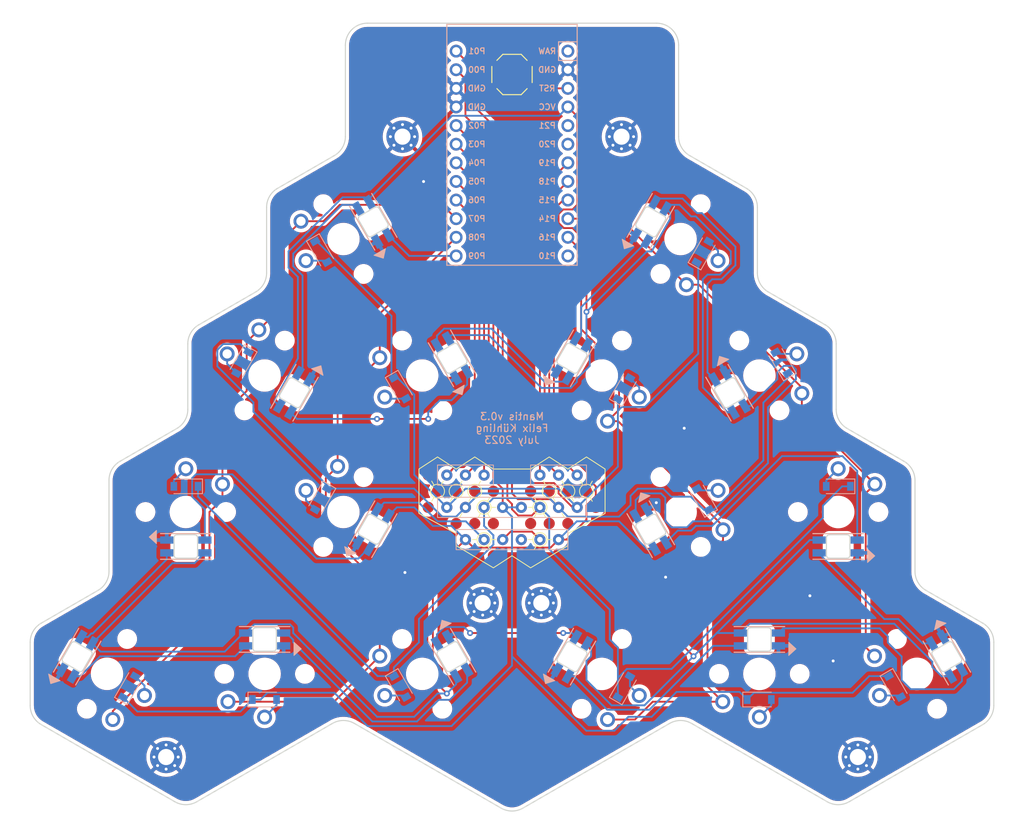
<source format=kicad_pcb>
(kicad_pcb (version 20211014) (generator pcbnew)
  (title_block (title "mantis_raised") (rev "v1.0.0") (company "Unknown"))
  (layers (0 "F.Cu" signal) (31 "B.Cu" signal) (34 "B.Paste" user) (35 "F.Paste" user) (36 "B.SilkS" user "B.Silkscreen") (37 "F.SilkS" user "F.Silkscreen") (38 "B.Mask" user) (39 "F.Mask" user) (44 "Edge.Cuts" user))
  (net 0 "")
  (net 1 "C4")
  (net 2 "c4_r3")
  (net 3 "C5")
  (net 4 "c5_r3")
  (net 5 "c4_r2")
  (net 6 "c5_r2")
  (net 7 "c4_r1")
  (net 8 "c5_r1")
  (net 9 "c4_rt")
  (net 10 "c5_rt")
  (net 11 "M_C4")
  (net 12 "mirror_c4_r3")
  (net 13 "M_C5")
  (net 14 "mirror_c5_r3")
  (net 15 "mirror_c4_r2")
  (net 16 "mirror_c5_r2")
  (net 17 "mirror_c4_r1")
  (net 18 "mirror_c5_r1")
  (net 19 "mirror_c4_rt")
  (net 20 "mirror_c5_rt")
  (net 21 "R3")
  (net 22 "R2")
  (net 23 "R1")
  (net 24 "RT")
  (net 25 "RAW")
  (net 26 "GND")
  (net 27 "RST")
  (net 28 "VCC")
  (net 29 "P21")
  (net 30 "P20")
  (net 31 "M_C1")
  (net 32 "M_C2")
  (net 33 "M_C3")
  (net 34 "P10")
  (net 35 "C1")
  (net 36 "C2")
  (net 37 "C3")
  (net 38 "di_c4_r3")
  (net 39 "di_c5_r3")
  (net 40 "di_c4_r2")
  (net 41 "di_c5_r2")
  (net 42 "do_c5_r2")
  (net 43 "di_c4_r1")
  (net 44 "di_c5_r1")
  (net 45 "di_c4_rt")
  (net 46 "di_c5_rt")
  (net 47 "di_mirror_c4_r3")
  (net 48 "di_mirror_c5_r3")
  (net 49 "di_mirror_c4_r2")
  (net 50 "di_mirror_c5_r2")
  (net 51 "di_mirror_c4_r1")
  (net 52 "di_mirror_c5_r1")
  (net 53 "di_mirror_c4_rt")
  (net 54 "di_mirror_c5_rt")
  (net 55 "di_mirror_c3_r3")
  (footprint "Mantis:SW_TACT_ALPS_SKQGABE010" (layer "F.Cu") (at 254 67.314533)
    (fp_text reference "B1" hide)
    (fp_text value "" hide)
  )
  (footprint "MountingHole:MountingHole_2.2mm_M2_Pad_Via" (layer "F.Cu") (at 206.8125 160.427931)
    (fp_text reference "PAD1" hide)
    (fp_text value "" hide)
  )
  (footprint "Mantis:Connector-20pin" (layer "F.Cu") (at 254 126.366025)
    (fp_text reference "MCU2" hide)
    (fp_text value "" hide)
  )
  (footprint "Mantis:SK6812_MINI-E-back" (layer "F.Cu") (at 235.070319 87.41 -60)
    (fp_text reference "LED1" hide)
    (fp_text value "" hide)
  )
  (footprint "Mantis:SOD123-back" (layer "F.Cu") (at 290.781089 106.63 120)
    (fp_text reference "D11" hide)
    (fp_text value "" hide)
  )
  (footprint "Mantis:SOD123-back" (layer "F.Cu") (at 287.75 152.5841)
    (fp_text reference "D16" hide)
    (fp_text value "" hide)
  )
  (footprint "Mantis:SK6812_MINI-E-back" (layer "F.Cu") (at 287.75 144.3841)
    (fp_text reference "LED16" hide)
    (fp_text value "" hide)
  )
  (footprint "MountingHole:MountingHole_2.2mm_M2_Pad_Via" (layer "F.Cu") (at 301.1875 160.427931)
    (fp_text reference "PAD4" hide)
    (fp_text value "" hide)
  )
  (footprint "MountingHole:MountingHole_2.2mm_M2_Pad_Via" (layer "F.Cu") (at 258 139.413333)
    (fp_text reference "PAD5" hide)
    (fp_text value "" hide)
  )
  (footprint "Mantis:SOD123-back" (layer "F.Cu") (at 201.781089 150.8341 60)
    (fp_text reference "D7" hide)
    (fp_text value "" hide)
  )
  (footprint "Mantis:SK6812_MINI-E-back" (layer "F.Cu") (at 194.679681 146.7341 -120)
    (fp_text reference "LED7" hide)
    (fp_text value "" hide)
  )
  (footprint "PG1350" (layer "F.Cu") (at 198.75 149.0841 -120)
    (fp_text reference "S7" hide)
    (fp_text value "" hide)
  )
  (footprint "Mantis:SOD123-back" (layer "F.Cu") (at 238.718911 150.8341 -60)
    (fp_text reference "D6" hide)
    (fp_text value "" hide)
  )
  (footprint "PG1350" (layer "F.Cu") (at 266.25 149.0841 -120)
    (fp_text reference "S14" hide)
    (fp_text value "" hide)
  )
  (footprint "Mantis:SOD123-back" (layer "F.Cu") (at 238.718911 110.13 -60)
    (fp_text reference "D2" hide)
    (fp_text value "" hide)
  )
  (footprint "MountingHole:MountingHole_2.2mm_M2_Pad_Via" (layer "F.Cu") (at 250 139.413333)
    (fp_text reference "PAD2" hide)
    (fp_text value "" hide)
  )
  (footprint "Mantis:SK6812_MINI-E-back" (layer "F.Cu") (at 235.070319 129.35 -120)
    (fp_text reference "LED4" hide)
    (fp_text value "" hide)
  )
  (footprint "Mantis:SOD123-back" (layer "F.Cu") (at 306.218911 150.8341 -60)
    (fp_text reference "D15" hide)
    (fp_text value "" hide)
  )
  (footprint "PG1350" (layer "F.Cu") (at 277 89.76 -120)
    (fp_text reference "S9" hide)
    (fp_text value "" hide)
  )
  (footprint "PG1350" (layer "F.Cu") (at 220.25 149.0841 180)
    (fp_text reference "S8" hide)
    (fp_text value "" hide)
  )
  (footprint "Mantis:SOD123-back" (layer "F.Cu") (at 227.968911 125.25 -120)
    (fp_text reference "D4" hide)
    (fp_text value "" hide)
  )
  (footprint "Mantis:SOD123-back" (layer "F.Cu") (at 298.5 123.5 180)
    (fp_text reference "D13" hide)
    (fp_text value "" hide)
  )
  (footprint "PG1350" (layer "F.Cu") (at 241.75 149.0841 120)
    (fp_text reference "S6" hide)
    (fp_text value "" hide)
  )
  (footprint "PG1350" (layer "F.Cu") (at 231 127 60)
    (fp_text reference "S4" hide)
    (fp_text value "" hide)
  )
  (footprint "PG1350" (layer "F.Cu") (at 266.25 108.38 -120)
    (fp_text reference "S10" hide)
    (fp_text value "" hide)
  )
  (footprint "Mantis:SOD123-back" (layer "F.Cu") (at 269.281089 150.8341 60)
    (fp_text reference "D14" hide)
    (fp_text value "" hide)
  )
  (footprint "Mantis:SK6812_MINI-E-back" (layer "F.Cu") (at 209.5 131.7 180)
    (fp_text reference "LED5" hide)
    (fp_text value "" hide)
  )
  (footprint "Mantis:SK6812_MINI-E-back" (layer "F.Cu") (at 224.320319 110.73 60)
    (fp_text reference "LED3" hide)
    (fp_text value "" hide)
  )
  (footprint "MountingHole:MountingHole_2.2mm_M2_Pad_Via" (layer "F.Cu") (at 239.0625 75.795)
    (fp_text reference "PAD3" hide)
    (fp_text value "" hide)
  )
  (footprint "PG1350" (layer "F.Cu") (at 209.5 127)
    (fp_text reference "S5" hide)
    (fp_text value "" hide)
  )
  (footprint "PG1350" (layer "F.Cu") (at 298.5 127)
    (fp_text reference "S13" hide)
    (fp_text value "" hide)
  )
  (footprint "Mantis:SOD123-back" (layer "F.Cu") (at 280.031089 125.25 120)
    (fp_text reference "D12" hide)
    (fp_text value "" hide)
  )
  (footprint "Mantis:SK6812_MINI-E-back" (layer "F.Cu") (at 272.929681 87.41 -120)
    (fp_text reference "LED9" hide)
    (fp_text value "" hide)
  )
  (footprint "PG1350" (layer "F.Cu") (at 277 127 -60)
    (fp_text reference "S12" hide)
    (fp_text value "" hide)
  )
  (footprint "Mantis:SK6812_MINI-E-back" (layer "F.Cu") (at 220.25 144.3841)
    (fp_text reference "LED8" hide)
    (fp_text value "" hide)
  )
  (footprint "Mantis:SK6812_MINI-E-back" (layer "F.Cu") (at 245.820319 106.03 -60)
    (fp_text reference "LED2" hide)
    (fp_text value "" hide)
  )
  (footprint "Mantis:SOD123-back" (layer "F.Cu") (at 220.25 152.5841)
    (fp_text reference "D8" hide)
    (fp_text value "" hide)
  )
  (footprint "PG1350" (layer "F.Cu") (at 220.25 108.38 60)
    (fp_text reference "S3" hide)
    (fp_text value "" hide)
  )
  (footprint "Mantis:SOD123-back" (layer "F.Cu") (at 209.5 123.5 180)
    (fp_text reference "D5" hide)
    (fp_text value "" hide)
  )
  (footprint "Mantis:SOD123-back" (layer "F.Cu") (at 217.218911 106.63 -120)
    (fp_text reference "D3" hide)
    (fp_text value "" hide)
  )
  (footprint "Mantis:SK6812_MINI-E-back" (layer "F.Cu") (at 313.320319 146.7341 120)
    (fp_text reference "LED15" hide)
    (fp_text value "" hide)
  )
  (footprint "PG1350" (layer "F.Cu") (at 309.25 149.0841 120)
    (fp_text reference "S15" hide)
    (fp_text value "" hide)
  )
  (footprint "Mantis:SK6812_MINI-E-back" (layer "F.Cu") (at 283.679681 110.73 120)
    (fp_text reference "LED11" hide)
    (fp_text value "" hide)
  )
  (footprint "Mantis:SK6812_MINI-E-back" (layer "F.Cu") (at 262.179681 146.7341 -120)
    (fp_text reference "LED14" hide)
    (fp_text value "" hide)
  )
  (footprint "Mantis:SOD123-back" (layer "F.Cu") (at 227.968911 91.51 -60)
    (fp_text reference "D1" hide)
    (fp_text value "" hide)
  )
  (footprint "Mantis:SOD123-back" (layer "F.Cu") (at 269.281089 110.13 60)
    (fp_text reference "D10" hide)
    (fp_text value "" hide)
  )
  (footprint "PG1350" (layer "F.Cu") (at 287.75 149.0841 180)
    (fp_text reference "S16" hide)
    (fp_text value "" hide)
  )
  (footprint "Mantis:SK6812_MINI-E-back" (layer "F.Cu") (at 272.929681 129.35 120)
    (fp_text reference "LED12" hide)
    (fp_text value "" hide)
  )
  (footprint "Mantis:SK6812_MINI-E-back" (layer "F.Cu") (at 245.820319 146.7341 120)
    (fp_text reference "LED6" hide)
    (fp_text value "" hide)
  )
  (footprint "Mantis:ProMicro-back" (layer "F.Cu") (at 254 78.094533 -90)
    (fp_text reference "MCU1" hide)
    (fp_text value "" hide)
  )
  (footprint "PG1350" (layer "F.Cu") (at 241.75 108.38 120)
    (fp_text reference "S2" hide)
    (fp_text value "" hide)
  )
  (footprint "Mantis:SK6812_MINI-E-back" (layer "F.Cu") (at 262.179681 106.03 -120)
    (fp_text reference "LED10" hide)
    (fp_text value "" hide)
  )
  (footprint "PG1350" (layer "F.Cu") (at 287.75 108.38 -60)
    (fp_text reference "S11" hide)
    (fp_text value "" hide)
  )
  (footprint "Mantis:SK6812_MINI-E-back" (layer "F.Cu") (at 298.5 131.7)
    (fp_text reference "LED13" hide)
    (fp_text value "" hide)
  )
  (footprint "MountingHole:MountingHole_2.2mm_M2_Pad_Via" (layer "F.Cu") (at 268.9375 75.795)
    (fp_text reference "PAD6" hide)
    (fp_text value "" hide)
  )
  (footprint "PG1350" (layer "F.Cu") (at 231 89.76 120)
    (fp_text reference "S1" hide)
    (fp_text value "" hide)
  )
  (footprint "Mantis:SOD123-back" (layer "F.Cu") (at 280.031089 91.51 60)
    (fp_text reference "D9" hide)
    (fp_text value "" hide)
  )
  (gr_arc (start 274.915321 129.589231) (mid 274.955281 129.892759) (end 274.768911 130.135641) (layer "Edge.Cuts") (width 0.15))
  (gr_arc (start 271.09045 88.19564) (mid 270.90408 87.952758) (end 270.94404 87.64923) (layer "Edge.Cuts") (width 0.15))
  (gr_arc (start 245.581089 108.015641) (mid 245.277561 108.055601) (end 245.034679 107.869231) (layer "Edge.Cuts") (width 0.15))
  (gr_line (start 207.9 130.5) (end 207.9 132.9) (layer "Edge.Cuts") (width 0.15))
  (gr_arc (start 210.7 130.1) (mid 210.982843 130.217157) (end 211.1 130.5) (layer "Edge.Cuts") (width 0.15))
  (gr_line (start 246.05955 104.044359) (end 243.981089 105.244359) (layer "Edge.Cuts") (width 0.15))
  (gr_arc (start 233.231089 130.135641) (mid 233.044719 129.892759) (end 233.084679 129.589231) (layer "Edge.Cuts") (width 0.15))
  (gr_arc (start 281.694039 110.49077) (mid 281.654079 110.187242) (end 281.84045 109.944359) (layer "Edge.Cuts") (width 0.15))
  (gr_arc (start 211.000027 166.526268) (mid 209.5 166.928207) (end 207.999972 166.526268) (layer "Edge.Cuts") (width 0.15))
  (gr_arc (start 264.018911 105.24436) (mid 264.205281 105.487242) (end 264.165321 105.79077) (layer "Edge.Cuts") (width 0.15))
  (gr_arc (start 220.52 94.390522) (mid 220.118084 95.890508) (end 219.020027 96.988582) (layer "Edge.Cuts") (width 0.15))
  (gr_arc (start 296.730027 101.463188) (mid 297.828084 102.561262) (end 298.23 104.061248) (layer "Edge.Cuts") (width 0.15))
  (gr_line (start 283.918911 108.744359) (end 281.84045 109.944359) (layer "Edge.Cuts") (width 0.15))
  (gr_arc (start 207.9 130.5) (mid 208.017157 130.217157) (end 208.3 130.1) (layer "Edge.Cuts") (width 0.15))
  (gr_arc (start 199.02 122.681247) (mid 199.421916 121.181261) (end 200.519973 120.083187) (layer "Edge.Cuts") (width 0.15))
  (gr_line (start 300.1 132.9) (end 300.1 130.5) (layer "Edge.Cuts") (width 0.15))
  (gr_line (start 237.05596 87.64923) (end 235.85596 85.57077) (layer "Edge.Cuts") (width 0.15))
  (gr_arc (start 223.534678 108.89077) (mid 223.777561 108.704399) (end 224.081089 108.744359) (layer "Edge.Cuts") (width 0.15))
  (gr_arc (start 218.65 143.1841) (mid 218.767157 142.901257) (end 219.05 142.7841) (layer "Edge.Cuts") (width 0.15))
  (gr_arc (start 243.834678 105.79077) (mid 243.794718 105.487242) (end 243.981089 105.244359) (layer "Edge.Cuts") (width 0.15))
  (gr_line (start 313.081089 148.719741) (end 315.15955 147.519741) (layer "Edge.Cuts") (width 0.15))
  (gr_line (start 196.518911 145.948459) (end 194.44045 144.748459) (layer "Edge.Cuts") (width 0.15))
  (gr_line (start 218.65 143.1841) (end 218.65 145.5841) (layer "Edge.Cuts") (width 0.15))
  (gr_arc (start 209.77 104.061247) (mid 210.171916 102.561261) (end 211.269973 101.463187) (layer "Edge.Cuts") (width 0.15))
  (gr_line (start 313.55955 144.748459) (end 311.481089 145.948459) (layer "Edge.Cuts") (width 0.15))
  (gr_line (start 315.30596 146.973331) (end 314.10596 144.89487) (layer "Edge.Cuts") (width 0.15))
  (gr_line (start 287.48 85.441248) (end 287.48 94.390521) (layer "Edge.Cuts") (width 0.15))
  (gr_arc (start 222.481089 111.515641) (mid 222.294719 111.272759) (end 222.334679 110.969231) (layer "Edge.Cuts") (width 0.15))
  (gr_line (start 272.69045 131.335641) (end 274.768911 130.135641) (layer "Edge.Cuts") (width 0.15))
  (gr_line (start 274.915321 129.589231) (end 273.715321 127.51077) (layer "Edge.Cuts") (width 0.15))
  (gr_line (start 299.729973 115.608582) (end 307.480027 120.083187) (layer "Edge.Cuts") (width 0.15))
  (gr_arc (start 264.018911 145.948459) (mid 264.205281 146.191341) (end 264.165321 146.494869) (layer "Edge.Cuts") (width 0.15))
  (gr_line (start 298.23 104.061248) (end 298.23 113.010521) (layer "Edge.Cuts") (width 0.15))
  (gr_line (start 310.479973 137.692682) (end 318.230027 142.167287) (layer "Edge.Cuts") (width 0.15))
  (gr_arc (start 283.44045 112.715641) (mid 283.136922 112.755601) (end 282.89404 112.569231) (layer "Edge.Cuts") (width 0.15))
  (gr_arc (start 192.84045 147.519741) (mid 192.65408 147.276859) (end 192.69404 146.973331) (layer "Edge.Cuts") (width 0.15))
  (gr_arc (start 288.95 142.7841) (mid 289.232843 142.901257) (end 289.35 143.1841) (layer "Edge.Cuts") (width 0.15))
  (gr_arc (start 313.081089 148.719741) (mid 312.777561 148.759701) (end 312.534679 148.573331) (layer "Edge.Cuts") (width 0.15))
  (gr_arc (start 262.965322 148.57333) (mid 262.722439 148.759701) (end 262.418911 148.719741) (layer "Edge.Cuts") (width 0.15))
  (gr_line (start 288.95 142.7841) (end 286.55 142.7841) (layer "Edge.Cuts") (width 0.15))
  (gr_line (start 276.73 63.314533) (end 276.73 75.770521) (layer "Edge.Cuts") (width 0.15))
  (gr_line (start 283.44045 112.715641) (end 285.518911 111.515641) (layer "Edge.Cuts") (width 0.15))
  (gr_arc (start 310.479973 137.692681) (mid 309.381916 136.594607) (end 308.98 135.094621) (layer "Edge.Cuts") (width 0.15))
  (gr_line (start 261.39404 104.19077) (end 260.19404 106.26923) (layer "Edge.Cuts") (width 0.15))
  (gr_arc (start 273.715321 89.249231) (mid 273.472439 89.435601) (end 273.168911 89.395641) (layer "Edge.Cuts") (width 0.15))
  (gr_line (start 270.94404 129.11077) (end 272.14404 131.189231) (layer "Edge.Cuts") (width 0.15))
  (gr_line (start 273.715321 89.249231) (end 274.915321 87.170769) (layer "Edge.Cuts") (width 0.15))
  (gr_line (start 245.581089 148.719741) (end 247.65955 147.519741) (layer "Edge.Cuts") (width 0.15))
  (gr_arc (start 231.27 63.314533) (mid 232.14868 61.193213) (end 234.27 60.314533) (layer "Edge.Cuts") (width 0.15))
  (gr_arc (start 273.168911 127.36436) (mid 273.472439 127.3244) (end 273.715321 127.51077) (layer "Edge.Cuts") (width 0.15))
  (gr_arc (start 275.499973 155.845059) (mid 276.999999 155.44312) (end 278.500026 155.845059) (layer "Edge.Cuts") (width 0.15))
  (gr_line (start 261.39404 144.894869) (end 260.19404 146.97333) (layer "Edge.Cuts") (width 0.15))
  (gr_arc (start 226.15955 109.94436) (mid 226.34592 110.187242) (end 226.30596 110.49077) (layer "Edge.Cuts") (width 0.15))
  (gr_line (start 286.55 145.9841) (end 288.95 145.9841) (layer "Edge.Cuts") (width 0.15))
  (gr_arc (start 193.894039 144.89487) (mid 194.136922 144.708499) (end 194.44045 144.748459) (layer "Edge.Cuts") (width 0.15))
  (gr_arc (start 272.69045 131.33564) (mid 272.386922 131.3756) (end 272.14404 131.18923) (layer "Edge.Cuts") (width 0.15))
  (gr_arc (start 231.27 75.770522) (mid 230.868084 77.270508) (end 229.770027 78.368582) (layer "Edge.Cuts") (width 0.15))
  (gr_arc (start 299.7 130.1) (mid 299.982843 130.217157) (end 300.1 130.5) (layer "Edge.Cuts") (width 0.15))
  (gr_line (start 221.85 145.5841) (end 221.85 143.1841) (layer "Edge.Cuts") (width 0.15))
  (gr_arc (start 243.834679 146.494869) (mid 243.794719 146.191341) (end 243.981089 145.948459) (layer "Edge.Cuts") (width 0.15))
  (gr_arc (start 189.769972 156.000913) (mid 188.671916 154.902839) (end 188.27 153.402853) (layer "Edge.Cuts") (width 0.15))
  (gr_arc (start 318.230027 142.167288) (mid 319.328084 143.265362) (end 319.73 144.765348) (layer "Edge.Cuts") (width 0.15))
  (gr_arc (start 315.30596 146.973331) (mid 315.34592 147.276859) (end 315.15955 147.519741) (layer "Edge.Cuts") (width 0.15))
  (gr_line (start 208.3 133.3) (end 210.7 133.3) (layer "Edge.Cuts") (width 0.15))
  (gr_line (start 219.05 145.9841) (end 221.45 145.9841) (layer "Edge.Cuts") (width 0.15))
  (gr_line (start 275.499973 155.845058) (end 255.500025 167.392296) (layer "Edge.Cuts") (width 0.15))
  (gr_arc (start 274.768911 86.624359) (mid 274.955281 86.867241) (end 274.915321 87.170769) (layer "Edge.Cuts") (width 0.15))
  (gr_line (start 281.69404 110.49077) (end 282.89404 112.56923) (layer "Edge.Cuts") (width 0.15))
  (gr_line (start 247.80596 106.26923) (end 246.60596 104.19077) (layer "Edge.Cuts") (width 0.15))
  (gr_line (start 192.84045 147.519741) (end 194.918911 148.719741) (layer "Edge.Cuts") (width 0.15))
  (gr_line (start 286.15 143.1841) (end 286.15 145.5841) (layer "Edge.Cuts") (width 0.15))
  (gr_line (start 193.89404 144.89487) (end 192.69404 146.973331) (layer "Edge.Cuts") (width 0.15))
  (gr_arc (start 219.05 145.9841) (mid 218.767157 145.866943) (end 218.65 145.5841) (layer "Edge.Cuts") (width 0.15))
  (gr_arc (start 199.02 135.094622) (mid 198.618084 136.594608) (end 197.520027 137.692682) (layer "Edge.Cuts") (width 0.15))
  (gr_arc (start 262.965321 107.869231) (mid 262.722439 108.055601) (end 262.418911 108.015641) (layer "Edge.Cuts") (width 0.15))
  (gr_line (start 264.018911 105.244359) (end 261.94045 104.044359) (layer "Edge.Cuts") (width 0.15))
  (gr_line (start 318.230028 156.000913) (end 300.000028 166.526268) (layer "Edge.Cuts") (width 0.15))
  (gr_line (start 296.999972 166.526269) (end 278.500026 155.845059) (layer "Edge.Cuts") (width 0.15))
  (gr_arc (start 285.665321 110.969231) (mid 285.705281 111.272759) (end 285.518911 111.515641) (layer "Edge.Cuts") (width 0.15))
  (gr_line (start 233.231089 130.135641) (end 235.30955 131.335641) (layer "Edge.Cuts") (width 0.15))
  (gr_line (start 262.965321 107.869231) (end 264.165321 105.79077) (layer "Edge.Cuts") (width 0.15))
  (gr_arc (start 246.05955 144.74846) (mid 246.363078 144.7085) (end 246.60596 144.89487) (layer "Edge.Cuts") (width 0.15))
  (gr_line (start 288.979973 96.988582) (end 296.730027 101.463187) (layer "Edge.Cuts") (width 0.15))
  (gr_arc (start 283.91891 108.74436) (mid 284.222438 108.704399) (end 284.465321 108.890769) (layer "Edge.Cuts") (width 0.15))
  (gr_line (start 297.3 133.3) (end 299.7 133.3) (layer "Edge.Cuts") (width 0.15))
  (gr_arc (start 300.1 132.9) (mid 299.982843 133.182843) (end 299.7 133.3) (layer "Edge.Cuts") (width 0.15))
  (gr_arc (start 188.27 144.765347) (mid 188.671916 143.265361) (end 189.769973 142.167287) (layer "Edge.Cuts") (width 0.15))
  (gr_line (start 289.35 145.5841) (end 289.35 143.1841) (layer "Edge.Cuts") (width 0.15))
  (gr_line (start 234.27 60.314533) (end 273.73 60.314533) (layer "Edge.Cuts") (width 0.15))
  (gr_line (start 199.02 135.094621) (end 199.02 122.681248) (layer "Edge.Cuts") (width 0.15))
  (gr_arc (start 247.80596 106.269231) (mid 247.84592 106.572759) (end 247.65955 106.815641) (layer "Edge.Cuts") (width 0.15))
  (gr_line (start 296.9 130.5) (end 296.9 132.9) (layer "Edge.Cuts") (width 0.15))
  (gr_arc (start 272.14404 85.570769) (mid 272.386922 85.384399) (end 272.69045 85.424359) (layer "Edge.Cuts") (width 0.15))
  (gr_line (start 311.334679 146.49487) (end 312.534679 148.573331) (layer "Edge.Cuts") (width 0.15))
  (gr_line (start 211.269973 101.463187) (end 219.020027 96.988582) (layer "Edge.Cuts") (width 0.15))
  (gr_line (start 207.999972 166.526268) (end 189.769972 156.000913) (layer "Edge.Cuts") (width 0.15))
  (gr_arc (start 311.334678 146.49487) (mid 311.294718 146.191342) (end 311.481089 145.948459) (layer "Edge.Cuts") (width 0.15))
  (gr_line (start 272.14404 85.57077) (end 270.94404 87.64923) (layer "Edge.Cuts") (width 0.15))
  (gr_line (start 264.018911 145.948459) (end 261.94045 144.748459) (layer "Edge.Cuts") (width 0.15))
  (gr_line (start 260.34045 147.519741) (end 262.418911 148.719741) (layer "Edge.Cuts") (width 0.15))
  (gr_line (start 226.15955 109.944359) (end 224.081089 108.744359) (layer "Edge.Cuts") (width 0.15))
  (gr_line (start 271.09045 88.195641) (end 273.168911 89.395641) (layer "Edge.Cuts") (width 0.15))
  (gr_arc (start 296.9 130.5) (mid 297.017157 130.217157) (end 297.3 130.1) (layer "Edge.Cuts") (width 0.15))
  (gr_arc (start 286.15 143.1841) (mid 286.267157 142.901257) (end 286.55 142.7841) (layer "Edge.Cuts") (width 0.15))
  (gr_arc (start 319.73 153.402853) (mid 319.328084 154.902839) (end 318.230028 156.000913) (layer "Edge.Cuts") (width 0.15))
  (gr_arc (start 220.52 85.441247) (mid 220.921916 83.941261) (end 222.019973 82.843187) (layer "Edge.Cuts") (width 0.15))
  (gr_arc (start 234.831089 89.395641) (mid 234.527561 89.435601) (end 234.284679 89.249231) (layer "Edge.Cuts") (width 0.15))
  (gr_arc (start 208.3 133.3) (mid 208.017157 133.182843) (end 207.9 132.9) (layer "Edge.Cuts") (width 0.15))
  (gr_line (start 247.80596 146.97333) (end 246.60596 144.894869) (layer "Edge.Cuts") (width 0.15))
  (gr_arc (start 286.55 145.9841) (mid 286.267157 145.866943) (end 286.15 145.5841) (layer "Edge.Cuts") (width 0.15))
  (gr_line (start 231.27 75.770521) (end 231.27 63.314533) (layer "Edge.Cuts") (width 0.15))
  (gr_line (start 235.30955 85.424359) (end 233.231089 86.624359) (layer "Edge.Cuts") (width 0.15))
  (gr_line (start 245.581089 108.015641) (end 247.65955 106.815641) (layer "Edge.Cuts") (width 0.15))
  (gr_arc (start 246.05955 104.044359) (mid 246.363078 104.004399) (end 246.60596 104.190769) (layer "Edge.Cuts") (width 0.15))
  (gr_line (start 221.45 142.7841) (end 219.05 142.7841) (layer "Edge.Cuts") (width 0.15))
  (gr_line (start 299.7 130.1) (end 297.3 130.1) (layer "Edge.Cuts") (width 0.15))
  (gr_line (start 211.1 132.9) (end 211.1 130.5) (layer "Edge.Cuts") (width 0.15))
  (gr_line (start 209.77 113.010521) (end 209.77 104.061248) (layer "Edge.Cuts") (width 0.15))
  (gr_line (start 252.499975 167.392296) (end 232.500027 155.845058) (layer "Edge.Cuts") (width 0.15))
  (gr_arc (start 245.581089 148.71974) (mid 245.277561 148.7597) (end 245.034679 148.57333) (layer "Edge.Cuts") (width 0.15))
  (gr_arc (start 255.500025 167.392296) (mid 254 167.794234) (end 252.499975 167.392296) (layer "Edge.Cuts") (width 0.15))
  (gr_arc (start 221.85 145.5841) (mid 221.732843 145.866943) (end 221.45 145.9841) (layer "Edge.Cuts") (width 0.15))
  (gr_arc (start 307.480027 120.083188) (mid 308.578084 121.181262) (end 308.98 122.681248) (layer "Edge.Cuts") (width 0.15))
  (gr_line (start 222.019973 82.843187) (end 229.770027 78.368582) (layer "Edge.Cuts") (width 0.15))
  (gr_line (start 189.769973 142.167287) (end 197.520027 137.692682) (layer "Edge.Cuts") (width 0.15))
  (gr_line (start 278.229973 78.368582) (end 285.980027 82.843187) (layer "Edge.Cuts") (width 0.15))
  (gr_arc (start 235.855961 131.18923) (mid 235.613078 131.375601) (end 235.30955 131.335641) (layer "Edge.Cuts") (width 0.15))
  (gr_line (start 246.05955 144.748459) (end 243.981089 145.948459) (layer "Edge.Cuts") (width 0.15))
  (gr_arc (start 300.000028 166.526269) (mid 298.5 166.928209) (end 296.999972 166.526269) (layer "Edge.Cuts") (width 0.15))
  (gr_line (start 229.499974 155.845059) (end 211.000028 166.526269) (layer "Edge.Cuts") (width 0.15))
  (gr_arc (start 221.45 142.7841) (mid 221.732843 142.901257) (end 221.85 143.1841) (layer "Edge.Cuts") (width 0.15))
  (gr_line (start 233.084679 87.170769) (end 234.284679 89.249231) (layer "Edge.Cuts") (width 0.15))
  (gr_arc (start 234.284678 127.51077) (mid 234.527561 127.324399) (end 234.831089 127.364359) (layer "Edge.Cuts") (width 0.15))
  (gr_arc (start 299.729973 115.608581) (mid 298.631916 114.510507) (end 298.23 113.010521) (layer "Edge.Cuts") (width 0.15))
  (gr_line (start 260.34045 106.815641) (end 262.418911 108.015641) (layer "Edge.Cuts") (width 0.15))
  (gr_arc (start 289.35 145.5841) (mid 289.232843 145.866943) (end 288.95 145.9841) (layer "Edge.Cuts") (width 0.15))
  (gr_line (start 195.465321 148.573331) (end 196.665321 146.49487) (layer "Edge.Cuts") (width 0.15))
  (gr_line (start 236.90955 128.564359) (end 234.831089 127.364359) (layer "Edge.Cuts") (width 0.15))
  (gr_line (start 234.284679 127.51077) (end 233.084679 129.589231) (layer "Edge.Cuts") (width 0.15))
  (gr_arc (start 196.518911 145.94846) (mid 196.705281 146.191342) (end 196.665321 146.49487) (layer "Edge.Cuts") (width 0.15))
  (gr_arc (start 260.340449 106.815641) (mid 260.154079 106.572758) (end 260.19404 106.26923) (layer "Edge.Cuts") (width 0.15))
  (gr_line (start 235.85596 131.189231) (end 237.05596 129.11077) (layer "Edge.Cuts") (width 0.15))
  (gr_arc (start 261.39404 104.190769) (mid 261.636922 104.004399) (end 261.94045 104.044359) (layer "Edge.Cuts") (width 0.15))
  (gr_arc (start 211.1 132.9) (mid 210.982843 133.182843) (end 210.7 133.3) (layer "Edge.Cuts") (width 0.15))
  (gr_arc (start 260.34045 147.519741) (mid 260.15408 147.276859) (end 260.19404 146.973331) (layer "Edge.Cuts") (width 0.15))
  (gr_line (start 243.834679 105.79077) (end 245.034679 107.869231) (layer "Edge.Cuts") (width 0.15))
  (gr_line (start 188.27 153.402853) (end 188.27 144.765348) (layer "Edge.Cuts") (width 0.15))
  (gr_arc (start 229.499973 155.845059) (mid 231 155.443119) (end 232.500027 155.845058) (layer "Edge.Cuts") (width 0.15))
  (gr_arc (start 247.80596 146.973331) (mid 247.84592 147.276859) (end 247.65955 147.519741) (layer "Edge.Cuts") (width 0.15))
  (gr_line (start 319.73 144.765348) (end 319.73 153.402853) (layer "Edge.Cuts") (width 0.15))
  (gr_line (start 200.519973 120.083187) (end 208.270027 115.608582) (layer "Edge.Cuts") (width 0.15))
  (gr_arc (start 233.084679 87.170769) (mid 233.044719 86.867241) (end 233.231089 86.624359) (layer "Edge.Cuts") (width 0.15))
  (gr_line (start 285.665321 110.969231) (end 284.465321 108.890769) (layer "Edge.Cuts") (width 0.15))
  (gr_arc (start 235.30955 85.424359) (mid 235.613078 85.384399) (end 235.85596 85.570769) (layer "Edge.Cuts") (width 0.15))
  (gr_line (start 222.481089 111.515641) (end 224.55955 112.715641) (layer "Edge.Cuts") (width 0.15))
  (gr_line (start 234.831089 89.395641) (end 236.90955 88.195641) (layer "Edge.Cuts") (width 0.15))
  (gr_line (start 243.834679 146.494869) (end 245.034679 148.57333) (layer "Edge.Cuts") (width 0.15))
  (gr_arc (start 273.73 60.314533) (mid 275.85132 61.193213) (end 276.73 63.314533) (layer "Edge.Cuts") (width 0.15))
  (gr_line (start 262.965321 148.57333) (end 264.165321 146.494869) (layer "Edge.Cuts") (width 0.15))
  (gr_line (start 210.7 130.1) (end 208.3 130.1) (layer "Edge.Cuts") (width 0.15))
  (gr_arc (start 261.394039 144.89487) (mid 261.636922 144.708499) (end 261.94045 144.748459) (layer "Edge.Cuts") (width 0.15))
  (gr_line (start 273.168911 127.364359) (end 271.09045 128.564359) (layer "Edge.Cuts") (width 0.15))
  (gr_arc (start 278.229973 78.368581) (mid 277.131916 77.270507) (end 276.73 75.770521) (layer "Edge.Cuts") (width 0.15))
  (gr_arc (start 195.465321 148.573331) (mid 195.222439 148.759701) (end 194.918911 148.719741) (layer "Edge.Cuts") (width 0.15))
  (gr_arc (start 225.10596 112.569231) (mid 224.863078 112.755601) (end 224.55955 112.715641) (layer "Edge.Cuts") (width 0.15))
  (gr_line (start 274.768911 86.624359) (end 272.69045 85.424359) (layer "Edge.Cuts") (width 0.15))
  (gr_arc (start 209.77 113.010522) (mid 209.368084 114.510508) (end 208.270027 115.608582) (layer "Edge.Cuts") (width 0.15))
  (gr_arc (start 237.055961 87.64923) (mid 237.095921 87.952758) (end 236.90955 88.195641) (layer "Edge.Cuts") (width 0.15))
  (gr_arc (start 288.979973 96.988581) (mid 287.881916 95.890507) (end 287.48 94.390521) (layer "Edge.Cuts") (width 0.15))
  (gr_arc (start 285.980027 82.843188) (mid 287.078084 83.941262) (end 287.48 85.441248) (layer "Edge.Cuts") (width 0.15))
  (gr_line (start 308.98 122.681248) (end 308.98 135.094621) (layer "Edge.Cuts") (width 0.15))
  (gr_arc (start 236.90955 128.564359) (mid 237.09592 128.807241) (end 237.05596 129.110769) (layer "Edge.Cuts") (width 0.15))
  (gr_line (start 220.52 94.390521) (end 220.52 85.441248) (layer "Edge.Cuts") (width 0.15))
  (gr_arc (start 270.94404 129.110769) (mid 270.90408 128.807241) (end 271.09045 128.564359) (layer "Edge.Cuts") (width 0.15))
  (gr_arc (start 313.55955 144.74846) (mid 313.863078 144.7085) (end 314.10596 144.89487) (layer "Edge.Cuts") (width 0.15))
  (gr_line (start 223.534679 108.890769) (end 222.334679 110.969231) (layer "Edge.Cuts") (width 0.15))
  (gr_line (start 225.10596 112.56923) (end 226.30596 110.49077) (layer "Edge.Cuts") (width 0.15))
  (gr_arc (start 297.3 133.3) (mid 297.017157 133.182843) (end 296.9 132.9) (layer "Edge.Cuts") (width 0.15))
  (gr_text "Mantis v0.3\nFelix Kühling\nJuly 2023" (at 254 115.57) (layer "B.SilkS") (effects (font (size 1 1)) (justify mirror)))
  (segment (start 212.725 127) (end 212.725 140.97) (width 0.25) (layer "F.Cu") (net 1))
  (segment (start 222.885 89.653976) (end 225.209103 87.329873) (width 0.25) (layer "F.Cu") (net 1))
  (segment (start 199.540897 154.154103) (end 199.540897 155.314227) (width 0.25) (layer "F.Cu") (net 1))
  (segment (start 219.459103 102.149873) (end 217.805 103.803976) (width 0.25) (layer "F.Cu") (net 1))
  (segment (start 230.505 85.09) (end 228.265127 87.329873) (width 0.25) (layer "F.Cu") (net 1))
  (segment (start 246.38 86.984533) (end 244.485467 85.09) (width 0.25) (layer "F.Cu") (net 1))
  (segment (start 217.805 103.803976) (end 217.805 110.49) (width 0.25) (layer "F.Cu") (net 1))
  (segment (start 217.805 110.49) (end 214.5 113.795) (width 0.25) (layer "F.Cu") (net 1))
  (segment (start 214.5 123.2) (end 214.5 125.225) (width 0.25) (layer "F.Cu") (net 1))
  (segment (start 222.885 98.723976) (end 222.885 89.653976) (width 0.25) (layer "F.Cu") (net 1))
  (segment (start 228.265127 87.329873) (end 225.209103 87.329873) (width 0.25) (layer "F.Cu") (net 1))
  (segment (start 214.5 125.225) (end 212.725 127) (width 0.25) (layer "F.Cu") (net 1))
  (segment (start 212.725 140.97) (end 199.540897 154.154103) (width 0.25) (layer "F.Cu") (net 1))
  (segment (start 214.5 113.795) (end 214.5 123.2) (width 0.25) (layer "F.Cu") (net 1))
  (segment (start 244.485467 85.09) (end 230.505 85.09) (width 0.25) (layer "F.Cu") (net 1))
  (segment (start 219.459103 102.149873) (end 222.885 98.723976) (width 0.25) (layer "F.Cu") (net 1))
  (segment (start 225.89045 92.71) (end 228.571348 92.71) (width 0.25) (layer "B.Cu") (net 2))
  (segment (start 228.571348 92.71) (end 228.785199 92.923851) (width 0.25) (layer "B.Cu") (net 2))
  (segment (start 228.6 122.378976) (end 228.6 129.54) (width 0.25) (layer "F.Cu") (net 3))
  (segment (start 235.959103 99.94543) (end 235.959103 105.949873) (width 0.25) (layer "F.Cu") (net 3))
  (segment (start 229.728976 152.8841) (end 215.25 152.8841) (width 0.25) (layer "F.Cu") (net 3))
  (segment (start 228.6 129.54) (end 235.959103 136.899103) (width 0.25) (layer "F.Cu") (net 3))
  (segment (start 230.209103 120.769873) (end 228.6 122.378976) (width 0.25) (layer "F.Cu") (net 3))
  (segment (start 235.959103 136.899103) (end 235.959103 146.653973) (width 0.25) (layer "F.Cu") (net 3))
  (segment (start 235.959103 146.653973) (end 229.728976 152.8841) (width 0.25) (layer "F.Cu") (net 3))
  (segment (start 230.209103 111.699873) (end 230.209103 120.769873) (width 0.25) (layer "F.Cu") (net 3))
  (segment (start 235.959103 105.949873) (end 230.209103 111.699873) (width 0.25) (layer "F.Cu") (net 3))
  (segment (start 246.38 89.524533) (end 235.959103 99.94543) (width 0.25) (layer "F.Cu") (net 3))
  (segment (start 236.854301 111.543851) (end 236.64045 111.33) (width 0.25) (layer "B.Cu") (net 4))
  (segment (start 239.535199 111.543851) (end 236.854301 111.543851) (width 0.25) (layer "B.Cu") (net 4))
  (segment (start 216.402623 108.043851) (end 215.14045 106.781678) (width 0.25) (layer "B.Cu") (net 5))
  (segment (start 215.14045 106.781678) (end 215.14045 105.43) (width 0.25) (layer "B.Cu") (net 5))
  (segment (start 227.152623 126.663851) (end 225.89045 125.401678) (width 0.25) (layer "B.Cu") (net 6))
  (segment (start 225.89045 125.401678) (end 225.89045 124.05) (width 0.25) (layer "B.Cu") (net 6))
  (segment (start 207.867425 123.5) (end 207.867425 122.732575) (width 0.25) (layer "B.Cu") (net 7))
  (segment (start 207.867425 122.732575) (end 209.5 121.1) (width 0.25) (layer "B.Cu") (net 7))
  (segment (start 236.64045 152.0341) (end 239.321348 152.0341) (width 0.25) (layer "B.Cu") (net 8))
  (segment (start 239.321348 152.0341) (end 239.535199 152.247951) (width 0.25) (layer "B.Cu") (net 8))
  (segment (start 203.85955 150.682422) (end 203.85955 152.0341) (width 0.25) (layer "B.Cu") (net 9))
  (segment (start 202.597377 149.420249) (end 203.85955 150.682422) (width 0.25) (layer "B.Cu") (net 9))
  (segment (start 220.25 154.9841) (end 221.882575 153.351525) (width 0.25) (layer "B.Cu") (net 10))
  (segment (start 221.882575 153.351525) (end 221.882575 152.5841) (width 0.25) (layer "B.Cu") (net 10))
  (segment (start 293.540897 110.025897) (end 293.540897 110.810127) (width 0.25) (layer "F.Cu") (net 11))
  (segment (start 293.540897 113.240897) (end 303.5 123.2) (width 0.25) (layer "F.Cu") (net 11))
  (segment (start 277.790897 95.990127) (end 279.505127 95.990127) (width 0.25) (layer "F.Cu") (net 11))
  (segment (start 279.505127 95.990127) (end 293.540897 110.025897) (width 0.25) (layer "F.Cu") (net 11))
  (segment (start 302.26 145.45487) (end 303.459103 146.653973) (width 0.25) (layer "F.Cu") (net 11))
  (segment (start 303.5 123.2) (end 302.26 124.44) (width 0.25) (layer "F.Cu") (net 11))
  (segment (start 302.26 124.44) (end 302.26 145.45487) (width 0.25) (layer "F.Cu") (net 11))
  (segment (start 293.540897 110.810127) (end 293.540897 113.240897) (width 0.25) (layer "F.Cu") (net 11))
  (segment (start 261.62 86.984533) (end 268.785303 86.984533) (width 0.25) (layer "F.Cu") (net 11))
  (segment (start 268.785303 86.984533) (end 277.790897 95.990127) (width 0.25) (layer "F.Cu") (net 11))
  (segment (start 280.847377 90.096149) (end 282.10955 91.358322) (width 0.25) (layer "B.Cu") (net 12))
  (segment (start 282.10955 91.358322) (end 282.10955 92.71) (width 0.25) (layer "B.Cu") (net 12))
  (segment (start 270.770773 155.314227) (end 267.040897 155.314227) (width 0.25) (layer "F.Cu") (net 13))
  (segment (start 261.62 89.524533) (end 263.435489 91.340022) (width 0.25) (layer "F.Cu") (net 13))
  (segment (start 282.75 152.8841) (end 273.2009 152.8841) (width 0.25) (layer "F.Cu") (net 13))
  (segment (start 282.790897 129.430127) (end 282.790897 130.866967) (width 0.25) (layer "F.Cu") (net 13))
  (segment (start 280.67 132.987864) (end 280.67 150.8041) (width 0.25) (layer "F.Cu") (net 13))
  (segment (start 268.477737 114.610127) (end 282.790897 128.923287) (width 0.25) (layer "F.Cu") (net 13))
  (segment (start 273.2009 152.8841) (end 270.770773 155.314227) (width 0.25) (layer "F.Cu") (net 13))
  (segment (start 263.435489 91.340022) (end 263.435489 102.060827) (width 0.25) (layer "F.Cu") (net 13))
  (segment (start 268.605 113.046024) (end 267.040897 114.610127) (width 0.25) (layer "F.Cu") (net 13))
  (segment (start 268.605 107.230338) (end 268.605 113.046024) (width 0.25) (layer "F.Cu") (net 13))
  (segment (start 263.435489 102.060827) (end 268.605 107.230338) (width 0.25) (layer "F.Cu") (net 13))
  (segment (start 280.67 150.8041) (end 282.75 152.8841) (width 0.25) (layer "F.Cu") (net 13))
  (segment (start 282.790897 130.866967) (end 280.67 132.987864) (width 0.25) (layer "F.Cu") (net 13))
  (segment (start 282.790897 128.923287) (end 282.790897 129.430127) (width 0.25) (layer "F.Cu") (net 13))
  (segment (start 267.040897 114.610127) (end 268.477737 114.610127) (width 0.25) (layer "F.Cu") (net 13))
  (segment (start 271.35955 109.978322) (end 271.35955 111.33) (width 0.25) (layer "B.Cu") (net 14))
  (segment (start 270.097377 108.716149) (end 271.35955 109.978322) (width 0.25) (layer "B.Cu") (net 14))
  (segment (start 290.178653 105.43) (end 289.964802 105.216149) (width 0.25) (layer "B.Cu") (net 15))
  (segment (start 292.85955 105.43) (end 290.178653 105.43) (width 0.25) (layer "B.Cu") (net 15))
  (segment (start 279.428653 124.05) (end 279.214802 123.836149) (width 0.25) (layer "B.Cu") (net 16))
  (segment (start 282.10955 124.05) (end 279.428653 124.05) (width 0.25) (layer "B.Cu") (net 16))
  (segment (start 298.5 121.1) (end 296.867425 122.732575) (width 0.25) (layer "B.Cu") (net 17))
  (segment (start 296.867425 122.732575) (end 296.867425 123.5) (width 0.25) (layer "B.Cu") (net 17))
  (segment (start 270.097377 150.771927) (end 270.097377 149.420249) (width 0.25) (layer "B.Cu") (net 18))
  (segment (start 271.35955 152.0341) (end 270.097377 150.771927) (width 0.25) (layer "B.Cu") (net 18))
  (segment (start 304.14045 152.0341) (end 306.821348 152.0341) (width 0.25) (layer "B.Cu") (net 19))
  (segment (start 306.821348 152.0341) (end 307.035199 152.247951) (width 0.25) (layer "B.Cu") (net 19))
  (segment (start 289.382575 153.351525) (end 289.382575 152.5841) (width 0.25) (layer "B.Cu") (net 20))
  (segment (start 287.75 154.9841) (end 289.382575 153.351525) (width 0.25) (layer "B.Cu") (net 20))
  (segment (start 254.635 121.92) (end 254.635 122.555) (width 0.25) (layer "F.Cu") (net 21))
  (segment (start 260.35 123.663792) (end 260.35 124.46) (width 0.25) (layer "F.Cu") (net 21))
  (segment (start 248.285 71.12) (end 252.73 75.565) (width 0.25) (layer "F.Cu") (net 21))
  (segment (start 260.35 124.46) (end 262.256025 126.366025) (width 0.25) (layer "F.Cu") (net 21))
  (segment (start 255.132536 123.052536) (end 259.738744 123.052536) (width 0.25) (layer "F.Cu") (net 21))
  (segment (start 262.256025 126.366025) (end 262.89 126.366025) (width 0.25) (layer "F.Cu") (net 21))
  (segment (start 253.365 119.38) (end 253.365 120.65) (width 0.25) (layer "F.Cu") (net 21))
  (segment (start 248.285 66.029533) (end 248.285 71.12) (width 0.25) (layer "F.Cu") (net 21))
  (segment (start 252.73 118.745) (end 253.365 119.38) (width 0.25) (layer "F.Cu") (net 21))
  (segment (start 259.738744 123.052536) (end 260.35 123.663792) (width 0.25) (layer "F.Cu") (net 21))
  (segment (start 254.635 122.555) (end 255.132536 123.052536) (width 0.25) (layer "F.Cu") (net 21))
  (segment (start 253.365 120.65) (end 254.635 121.92) (width 0.25) (layer "F.Cu") (net 21))
  (segment (start 246.38 64.124533) (end 248.285 66.029533) (width 0.25) (layer "F.Cu") (net 21))
  (segment (start 252.73 75.565) (end 252.73 118.745) (width 0.25) (layer "F.Cu") (net 21))
  (segment (start 272.139489 112.670511) (end 268.964489 112.670511) (width 0.25) (layer "B.Cu") (net 21))
  (segment (start 240.665 121.921025) (end 245.11 126.366025) (width 0.25) (layer "B.Cu") (net 21))
  (segment (start 237.555775 100.251161) (end 227.370582 90.065968) (width 0.25) (layer "B.Cu") (net 21))
  (segment (start 240.665 110.977885) (end 240.665 121.921025) (width 0.25) (layer "B.Cu") (net 21))
  (segment (start 268.964489 112.670511) (end 268.447376 113.187624) (width 0.25) (layer "B.Cu") (net 21))
  (segment (start 238.373083 108.685968) (end 240.665 110.977885) (width 0.25) (layer "B.Cu") (net 21))
  (segment (start 268.447376 120.808649) (end 268.447376 111.574032) (width 0.25) (layer "B.Cu") (net 21))
  (segment (start 237.885198 108.685968) (end 238.373083 108.685968) (width 0.25) (layer "B.Cu") (net 21))
  (segment (start 260.348975 123.825) (end 262.89 126.366025) (width 0.25) (layer "B.Cu") (net 21))
  (segment (start 279.197376 92.954032) (end 279.4 93.156656) (width 0.25) (layer "B.Cu") (net 21))
  (segment (start 227.370582 90.065968) (end 227.135198 90.065968) (width 0.25) (layer "B.Cu") (net 21))
  (segment (start 237.555775 108.356545) (end 237.555775 100.251161) (width 0.25) (layer "B.Cu") (net 21))
  (segment (start 237.885198 108.685968) (end 237.555775 108.356545) (width 0.25) (layer "B.Cu") (net 21))
  (segment (start 279.4 93.156656) (end 279.4 105.41) (width 0.25) (layer "B.Cu") (net 21))
  (segment (start 279.4 105.41) (end 272.139489 112.670511) (width 0.25) (layer "B.Cu") (net 21))
  (segment (start 247.651025 123.825) (end 260.348975 123.825) (width 0.25) (layer "B.Cu") (net 21))
  (segment (start 245.11 126.366025) (end 247.651025 123.825) (width 0.25) (layer "B.Cu") (net 21))
  (segment (start 262.89 126.366025) (end 268.447376 120.808649) (width 0.25) (layer "B.Cu") (net 21))
  (segment (start 247.65 73.025) (end 252.095 77.47) (width 0.25) (layer "F.Cu") (net 22))
  (segment (start 254 124.46) (end 254.792536 125.252536) (width 0.25) (layer "F.Cu") (net 22))
  (segment (start 259.236511 125.252536) (end 260.35 126.366025) (width 0.25) (layer "F.Cu") (net 22))
  (segment (start 252.095 119.38) (end 252.73 120.015) (width 0.25) (layer "F.Cu") (net 22))
  (segment (start 246.38 66.664533) (end 247.65 67.934533) (width 0.25) (layer "F.Cu") (net 22))
  (segment (start 252.095 77.47) (end 252.095 119.38) (width 0.25) (layer "F.Cu") (net 22))
  (segment (start 254.792536 125.252536) (end 259.236511 125.252536) (width 0.25) (layer "F.Cu") (net 22))
  (segment (start 252.73 120.015) (end 252.73 121.285) (width 0.25) (layer "F.Cu") (net 22))
  (segment (start 254 122.555) (end 254 124.46) (width 0.25) (layer "F.Cu") (net 22))
  (segment (start 247.65 67.934533) (end 247.65 73.025) (width 0.25) (layer "F.Cu") (net 22))
  (segment (start 252.73 121.285) (end 254 122.555) (width 0.25) (layer "F.Cu") (net 22))
  (segment (start 278.388928 124.910979) (end 275.723479 124.910979) (width 0.25) (layer "B.Cu") (net 22))
  (segment (start 270.17577 124.79423) (end 270.17577 126.06423) (width 0.25) (layer "B.Cu") (net 22))
  (segment (start 270.17577 126.06423) (end 268.605 127.635) (width 0.25) (layer "B.Cu") (net 22))
  (segment (start 228.802624 123.805968) (end 240.645968 123.805968) (width 0.25) (layer "B.Cu") (net 22))
  (segment (start 274.6375 123.825) (end 271.145 123.825) (width 0.25) (layer "B.Cu") (net 22))
  (segment (start 213.799939 107.119939) (end 218.725421 112.045421) (width 0.25) (layer "B.Cu") (net 22))
  (segment (start 247.65 126.366025) (end 249.556025 124.46) (width 0.25) (layer "B.Cu") (net 22))
  (segment (start 288.29 112.0775) (end 291.614801 108.752699) (width 0.25) (layer "B.Cu") (net 22))
  (segment (start 281.557621 126.694032) (end 288.29 119.961653) (width 0.25) (layer "B.Cu") (net 22))
  (segment (start 218.725421 113.315421) (end 228.802624 123.392624) (width 0.25) (layer "B.Cu") (net 22))
  (segment (start 275.723479 124.910979) (end 274.6375 123.825) (width 0.25) (layer "B.Cu") (net 22))
  (segment (start 228.802624 123.392624) (end 228.802624 123.805968) (width 0.25) (layer "B.Cu") (net 22))
  (segment (start 280.864801 126.694032) (end 280.171981 126.694032) (width 0.25) (layer "B.Cu") (net 22))
  (segment (start 216.956145 104.089489) (end 214.585191 104.089489) (width 0.25) (layer "B.Cu") (net 22))
  (segment (start 214.585191 104.089489) (end 213.799939 104.874741) (width 0.25) (layer "B.Cu") (net 22))
  (segment (start 280.171981 126.694032) (end 278.388928 124.910979) (width 0.25) (layer "B.Cu") (net 22))
  (segment (start 218.052624 105.185968) (end 216.956145 104.089489) (width 0.25) (layer "B.Cu") (net 22))
  (segment (start 213.799939 104.874741) (end 213.799939 107.119939) (width 0.25) (layer "B.Cu") (net 22))
  (segment (start 291.614801 108.752699) (end 291.614801 108.074032) (width 0.25) (layer "B.Cu") (net 22))
  (segment (start 240.645968 123.805968) (end 244.475 127.635) (width 0.25) (layer "B.Cu") (net 22))
  (segment (start 288.29 119.961653) (end 288.29 112.0775) (width 0.25) (layer "B.Cu") (net 22))
  (segment (start 246.381025 127.635) (end 247.65 126.366025) (width 0.25) (layer "B.Cu") (net 22))
  (segment (start 268.605 127.635) (end 261.618975 127.635) (width 0.25) (layer "B.Cu") (net 22))
  (segment (start 249.556025 124.46) (end 258.443975 124.46) (width 0.25) (layer "B.Cu") (net 22))
  (segment (start 218.725421 112.045421) (end 218.725421 113.315421) (width 0.25) (layer "B.Cu") (net 22))
  (segment (start 258.443975 124.46) (end 260.35 126.366025) (width 0.25) (layer "B.Cu") (net 22))
  (segment (start 261.618975 127.635) (end 260.35 126.366025) (width 0.25) (layer "B.Cu") (net 22))
  (segment (start 244.475 127.635) (end 246.381025 127.635) (width 0.25) (layer "B.Cu") (net 22))
  (segment (start 271.145 123.825) (end 270.17577 124.79423) (width 0.25) (layer "B.Cu") (net 22))
  (segment (start 280.864801 126.694032) (end 281.557621 126.694032) (width 0.25) (layer "B.Cu") (net 22))
  (segment (start 254.846929 127.479514) (end 256.696511 127.479514) (width 0.25) (layer "F.Cu") (net 23))
  (segment (start 253.365 123.19) (end 253.365 125.279733) (width 0.25) (layer "F.Cu") (net 23))
  (segment (start 254 125.914733) (end 254 126.632585) (width 0.25) (layer "F.Cu") (net 23))
  (segment (start 254 126.632585) (end 254.846929 127.479514) (width 0.25) (layer "F.Cu") (net 23))
  (segment (start 256.696511 127.479514) (end 257.81 126.366025) (width 0.25) (layer "F.Cu") (net 23))
  (segment (start 246.38 74.284533) (end 251.46 79.364533) (width 0.25) (layer "F.Cu") (net 23))
  (segment (start 252.095 120.650718) (end 252.095 121.92) (width 0.25) (layer "F.Cu") (net 23))
  (segment (start 253.365 125.279733) (end 254 125.914733) (width 0.25) (layer "F.Cu") (net 23))
  (segment (start 251.46 79.364533) (end 251.46 120.015718) (width 0.25) (layer "F.Cu") (net 23))
  (segment (start 251.46 120.015718) (end 252.095 120.650718) (width 0.25) (layer "F.Cu") (net 23))
  (segment (start 252.095 121.92) (end 253.365 123.19) (width 0.25) (layer "F.Cu") (net 23))
  (segment (start 250.19 128.905) (end 250.19 126.366025) (width 0.25) (layer "B.Cu") (net 23))
  (segment (start 268.447376 149.626984) (end 269.668342 148.406018) (width 0.25) (layer "B.Cu") (net 23))
  (segment (start 299.045677 123.5) (end 300.167425 123.5) (width 0.25) (layer "B.Cu") (net 23))
  (segment (start 235.65706 149.390068) (end 237.885198 149.390068) (width 0.25) (layer "B.Cu") (net 23))
  (segment (start 237.885198 149.390068) (end 237.885198 148.194802) (width 0.25) (layer "B.Cu") (net 23))
  (segment (start 241.3 144.78) (end 241.3 141.605) (width 0.25) (layer "B.Cu") (net 23))
  (segment (start 211.167425 123.5) (end 211.167425 124.900433) (width 0.25) (layer "B.Cu") (net 23))
  (segment (start 267.335 140.335) (end 259.08 132.08) (width 0.25) (layer "B.Cu") (net 23))
  (segment (start 296.410979 127.769021) (end 296.410979 126.134698) (width 0.25) (layer "B.Cu") (net 23))
  (segment (start 275.773982 148.406018) (end 296.410979 127.769021) (width 0.25) (layer "B.Cu") (net 23))
  (segment (start 211.167425 124.900433) (end 235.65706 149.390068) (width 0.25) (layer "B.Cu") (net 23))
  (segment (start 259.08 127.636025) (end 257.81 126.366025) (width 0.25) (layer "B.Cu") (net 23))
  (segment (start 256.538975 125.095) (end 257.81 126.366025) (width 0.25) (layer "B.Cu") (net 23))
  (segment (start 268.447376 149.626984) (end 268.447376 152.278132) (width 0.25) (layer "B.Cu") (net 23))
  (segment (start 269.668342 148.406018) (end 275.773982 148.406018) (width 0.25) (layer "B.Cu") (net 23))
  (segment (start 251.46 130.175) (end 250.19 128.905) (width 0.25) (layer "B.Cu") (net 23))
  (segment (start 268.447376 149.626984) (end 268.447376 145.501344) (width 0.25) (layer "B.Cu") (net 23))
  (segment (start 251.461025 125.095) (end 256.538975 125.095) (width 0.25) (layer "B.Cu") (net 23))
  (segment (start 237.885198 148.194802) (end 241.3 144.78) (width 0.25) (layer "B.Cu") (net 23))
  (segment (start 250.19 126.366025) (end 251.461025 125.095) (width 0.25) (layer "B.Cu") (net 23))
  (segment (start 251.46 131.445) (end 251.46 130.175) (width 0.25) (layer "B.Cu") (net 23))
  (segment (start 241.3 141.605) (end 251.46 131.445) (width 0.25) (layer "B.Cu") (net 23))
  (segment (start 268.447376 145.501344) (end 267.335 144.388968) (width 0.25) (layer "B.Cu") (net 23))
  (segment (start 259.08 132.08) (end 259.08 127.636025) (width 0.25) (layer "B.Cu") (net 23))
  (segment (start 296.410979 126.134698) (end 299.045677 123.5) (width 0.25) (layer "B.Cu") (net 23))
  (segment (start 267.335 144.388968) (end 267.335 140.335) (width 0.25) (layer "B.Cu") (net 23))
  (segment (start 252.73 123.825) (end 252.73 126.366025) (width 0.25) (layer "F.Cu") (net 24))
  (segment (start 246.38 76.824533) (end 250.825 81.269533) (width 0.25) (layer "F.Cu") (net 24))
  (segment (start 250.825 120.65) (end 251.46 121.285) (width 0.25) (layer "F.Cu") (net 24))
  (segment (start 251.46 122.555) (end 252.73 123.825) (width 0.25) (layer "F.Cu") (net 24))
  (segment (start 250.825 81.269533) (end 250.825 120.65) (width 0.25) (layer "F.Cu") (net 24))
  (segment (start 251.46 121.285) (end 251.46 122.555) (width 0.25) (layer "F.Cu") (net 24))
  (segment (start 286.082575 152.5841) (end 285.042064 151.543589) (width 0.25) (layer "B.Cu") (net 24))
  (segment (start 245.745 156.21) (end 254 147.955) (width 0.25) (layer "B.Cu") (net 24))
  (segment (start 287.007086 151.659589) (end 300.460411 151.659589) (width 0.25) (layer "B.Cu") (net 24))
  (segment (start 273.05 154.94) (end 269.875 154.94) (width 0.25) (layer "B.Cu") (net 24))
  (segment (start 252.73 126.366025) (end 255.27 126.366025) (width 0.25) (layer "B.Cu") (net 24))
  (segment (start 234.315 156.21) (end 245.745 156.21) (width 0.25) (layer "B.Cu") (net 24))
  (segment (start 286.082575 152.5841) (end 287.007086 151.659589) (width 0.25) (layer "B.Cu") (net 24))
  (segment (start 254 147.955) (end 254 127.636025) (width 0.25) (layer "B.Cu") (net 24))
  (segment (start 269.875 154.94) (end 267.97 156.845) (width 0.25) (layer "B.Cu") (net 24))
  (segment (start 285.042064 151.543589) (end 276.446411 151.543589) (width 0.25) (layer "B.Cu") (net 24))
  (segment (start 254 127.636025) (end 252.73 126.366025) (width 0.25) (layer "B.Cu") (net 24))
  (segment (start 264.144876 156.845) (end 254 146.700124) (width 0.25) (layer "B.Cu") (net 24))
  (segment (start 220.628834 151.659589) (end 229.764589 151.659589) (width 0.25) (layer "B.Cu") (net 24))
  (segment (start 302.729932 149.390068) (end 305.385198 149.390068) (width 0.25) (layer "B.Cu") (net 24))
  (segment (start 300.460411 151.659589) (end 302.729932 149.390068) (width 0.25) (layer "B.Cu") (net 24))
  (segment (start 218.582575 152.5841) (end 219.704323 152.5841) (width 0.25) (layer "B.Cu") (net 24))
  (segment (start 202.893855 154.224611) (end 216.942064 154.224611) (width 0.25) (layer "B.Cu") (net 24))
  (segment (start 267.97 156.845) (end 264.144876 156.845) (width 0.25) (layer "B.Cu") (net 24))
  (segment (start 200.947376 152.278132) (end 202.893855 154.224611) (width 0.25) (layer "B.Cu") (net 24))
  (segment (start 229.764589 151.659589) (end 234.315 156.21) (width 0.25) (layer "B.Cu") (net 24))
  (segment (start 216.942064 154.224611) (end 218.582575 152.5841) (width 0.25) (layer "B.Cu") (net 24))
  (segment (start 276.446411 151.543589) (end 273.05 154.94) (width 0.25) (layer "B.Cu") (net 24))
  (segment (start 219.704323 152.5841) (end 220.628834 151.659589) (width 0.25) (layer "B.Cu") (net 24))
  (via (at 239.395 135.255) (size 0.8) (drill 0.4) (layers "F.Cu" "B.Cu") (net 26))
  (via (at 294.64 138.43) (size 0.8) (drill 0.4) (layers "F.Cu" "B.Cu") (net 26))
  (via (at 241.935 81.915) (size 0.8) (drill 0.4) (layers "F.Cu" "B.Cu") (net 26))
  (via (at 277.495 115.57) (size 0.8) (drill 0.4) (layers "F.Cu" "B.Cu") (net 26))
  (via (at 297.815 147.32) (size 0.8) (drill 0.4) (layers "F.Cu" "B.Cu") (net 26))
  (via (at 273.685 125.73) (size 0.8) (drill 0.4) (layers "F.Cu" "B.Cu") (net 26))
  (via (at 274.955 135.89) (size 0.8) (drill 0.4) (layers "F.Cu" "B.Cu") (net 26))
  (segment (start 257.1 69.164533) (end 250.9 69.164533) (width 0.25) (layer "F.Cu") (net 27))
  (segment (start 261.62 69.204533) (end 257.14 69.204533) (width 0.25) (layer "F.Cu") (net 27))
  (segment (start 257.14 69.204533) (end 257.1 69.164533) (width 0.25) (layer "F.Cu") (net 27))
  (segment (start 259.715 118.745) (end 259.715 87.63) (width 0.25) (layer "F.Cu") (net 28))
  (segment (start 260.35 130.766025) (end 262.846025 130.766025) (width 0.25) (layer "F.Cu") (net 28))
  (segment (start 262.682767 120.015) (end 260.985 120.015) (width 0.25) (layer "F.Cu") (net 28))
  (segment (start 262.255 88.265) (end 264.16 90.17) (width 0.25) (layer "F.Cu") (net 28))
  (segment (start 265.43 123.502585) (end 264.343489 122.416074) (width 0.25) (layer "F.Cu") (net 28))
  (segment (start 278.765 146.685) (end 262.846025 130.766025) (width 0.25) (layer "F.Cu") (net 28))
  (segment (start 244.475 148.404889) (end 243.205 147.134889) (width 0.25) (layer "F.Cu") (net 28))
  (segment (start 260.985 85.725) (end 260.35 86.36) (width 0.25) (layer "F.Cu") (net 28))
  (segment (start 248.736511 131.852536) (end 259.263489 131.852536) (width 0.25) (layer "F.Cu") (net 28))
  (segment (start 262.255 85.725) (end 260.985 85.725) (width 0.25) (layer "F.Cu") (net 28))
  (segment (start 262.89 73.014533) (end 262.89 85.09) (width 0.25) (layer "F.Cu") (net 28))
  (segment (start 264.343489 121.675722) (end 262.682767 120.015) (width 0.25) (layer "F.Cu") (net 28))
  (segment (start 261.42763 130.766025) (end 264.16 128.033655) (width 0.25) (layer "F.Cu") (net 28))
  (segment (start 259.715 87.63) (end 260.35 86.995) (width 0.25) (layer "F.Cu") (net 28))
  (segment (start 243.205 147.134889) (end 243.205 135.211025) (width 0.25) (layer "F.Cu") (net 28))
  (segment (start 243.205 135.211025) (end 247.65 130.766025) (width 0.25) (layer "F.Cu") (net 28))
  (segment (start 261.62 71.744533) (end 262.89 73.014533) (width 0.25) (layer "F.Cu") (net 28))
  (segment (start 264.16 128.033655) (end 264.16 126.099465) (width 0.25) (layer "F.Cu") (net 28))
  (segment (start 264.343489 122.416074) (end 264.343489 121.675722) (width 0.25) (layer "F.Cu") (net 28))
  (segment (start 260.985 120.015) (end 259.715 118.745) (width 0.25) (layer "F.Cu") (net 28))
  (segment (start 264.16 126.099465) (end 265.43 124.829465) (width 0.25) (layer "F.Cu") (net 28))
  (segment (start 260.35 87.551115) (end 261.063885 88.265) (width 0.25) (layer "F.Cu") (net 28))
  (segment (start 245.11 151.765) (end 244.475 151.13) (width 0.25) (layer "F.Cu") (net 28))
  (segment (start 244.475 151.13) (end 244.475 148.404889) (width 0.25) (layer "F.Cu") (net 28))
  (segment (start 261.063885 88.265) (end 262.255 88.265) (width 0.25) (layer "F.Cu") (net 28))
  (segment (start 259.263489 131.852536) (end 260.35 130.766025) (width 0.25) (layer "F.Cu") (net 28))
  (segment (start 260.35 86.36) (end 260.35 86.995) (width 0.25) (layer "F.Cu") (net 28))
  (segment (start 264.16 90.17) (end 264.16 99.695) (width 0.25) (layer "F.Cu") (net 28))
  (segment (start 265.43 124.829465) (end 265.43 123.502585) (width 0.25) (layer "F.Cu") (net 28))
  (segment (start 262.89 85.09) (end 262.255 85.725) (width 0.25) (layer "F.Cu") (net 28))
  (segment (start 260.35 86.995) (end 260.35 87.551115) (width 0.25) (layer "F.Cu") (net 28))
  (segment (start 247.65 130.766025) (end 248.736511 131.852536) (width 0.25) (layer "F.Cu") (net 28))
  (via (at 278.765 146.685) (size 0.8) (drill 0.4) (layers "F.Cu" "B.Cu") (net 28))
  (via (at 245.11 151.765) (size 0.8) (drill 0.4) (layers "F.Cu" "B.Cu") (net 28))
  (via (at 264.16 99.695) (size 0.8) (drill 0.4) (layers "F.Cu" "B.Cu") (net 28))
  (segment (start 283.845 93.10766) (end 282.33766 94.615) (width 0.25) (layer "B.Cu") (net 28))
  (segment (start 243.84 151.765) (end 240.665 154.94) (width 0.25) (layer "B.Cu") (net 28))
  (segment (start 245.11 151.765) (end 246.362547 150.512453) (width 0.25) (layer "B.Cu") (net 28))
  (segment (start 264.16 149.948423) (end 264.16 147.32) (width 0.25) (layer "B.Cu") (net 28))
  (segment (start 306.152048 142.24) (end 311.339021 147.426973) (width 0.25) (layer "B.Cu") (net 28))
  (segment (start 240.665 126.365) (end 238.298925 126.365) (width 0.25) (layer "B.Cu") (net 28))
  (segment (start 233.869245 84.061988) (end 230.898012 84.061988) (width 0.25) (layer "B.Cu") (net 28))
  (segment (start 246.362547 150.512453) (end 246.362547 149.423266) (width 0.25) (layer "B.Cu") (net 28))
  (segment (start 264.603479 107.072198) (end 262.844986 108.830691) (width 0.25) (layer "B.Cu") (net 28))
  (segment (start 262.844986 109.265014) (end 262.036891 110.073109) (width 0.25) (layer "B.Cu") (net 28))
  (segment (start 283.439972 113.419166) (end 284.221909 113.419166) (width 0.25) (layer "B.Cu") (net 28))
  (segment (start 272.075389 153.374611) (end 267.586188 153.374611) (width 0.25) (layer "B.Cu") (net 28))
  (segment (start 264.16 99.695) (end 264.16 104.138381) (width 0.25) (layer "B.Cu") (net 28))
  (segment (start 224.155 142.765078) (end 223.706972 142.31705) (width 0.25) (layer "B.Cu") (net 28))
  (segment (start 264.16 147.32) (end 264.795 146.685) (width 0.25) (layer "B.Cu") (net 28))
  (segment (start 264.795 145.477481) (end 264.237453 144.919934) (width 0.25) (layer "B.Cu") (net 28))
  (segment (start 278.431508 86.671801) (end 279.076801 86.671801) (width 0.25) (layer "B.Cu") (net 28))
  (segment (start 245.748925 102.87) (end 245.278091 103.340834) (width 0.25) (layer "B.Cu") (net 28))
  (segment (start 243.205 128.905) (end 240.665 126.365) (width 0.25) (layer "B.Cu") (net 28))
  (segment (start 222.262547 112.544166) (end 221.615 111.896619) (width 0.25) (layer "B.Cu") (net 28))
  (segment (start 245.824656 72.945344) (end 234.528091 84.241909) (width 0.25) (layer "B.Cu") (net 28))
  (segment (start 264.237453 104.215834) (end 264.603479 104.58186) (width 0.25) (layer "B.Cu") (net 28))
  (segment (start 262.846025 128.27) (end 268.605 128.27) (width 0.25) (layer "B.Cu") (net 28))
  (segment (start 281.9409 143.5091) (end 285.15 143.5091) (width 0.25) (layer "B.Cu") (net 28))
  (segment (start 273.05 91.453109) (end 275.59 86.995) (width 0.25) (layer "B.Cu") (net 28))
  (segment (start 250.825 102.87) (end 245.748925 102.87) (width 0.25) (layer "B.Cu") (net 28))
  (segment (start 210.69 133.985) (end 212.1 132.575) (width 0.25) (layer "B.Cu") (net 28))
  (segment (start 267.586188 153.374611) (end 264.16 149.948423) (width 0.25) (layer "B.Cu") (net 28))
  (segment (start 264.795 146.685) (end 264.795 145.477481) (width 0.25) (layer "B.Cu") (net 28))
  (segment (start 262.844986 108.830691) (end 262.844986 109.265014) (width 0.25) (layer "B.Cu") (net 28))
  (segment (start 275.59 86.995) (end 275.59 86.198381) (width 0.25) (layer "B.Cu") (net 28))
  (segment (start 223.706972 142.31705) (end 218.84205 142.31705) (width 0.25) (layer "B.Cu") (net 28))
  (segment (start 234.528091 84.720834) (end 233.869245 84.061988) (width 0.25) (layer "B.Cu") (net 28))
  (segment (start 279.076801 86.671801) (end 283.845 91.44) (width 0.25) (layer "B.Cu") (net 28))
  (segment (start 260.35 130.766025) (end 262.846025 128.27) (width 0.25) (layer "B.Cu") (net 28))
  (segment (start 230.898012 84.061988) (end 229.475421 85.484579) (width 0.25) (layer "B.Cu") (net 28))
  (segment (start 247.65 130.766025) (end 247.606025 130.766025) (width 0.25) (layer "B.Cu") (net 28))
  (segment (start 275.493287 85.09) (end 276.849707 85.09) (width 0.25) (layer "B.Cu") (net 28))
  (segment (start 207.672387 133.985) (end 210.69 133.985) (width 0.25) (layer "B.Cu") (net 28))
  (segment (start 311.339021 147.426973) (end 311.339021 148.144021) (width 0.25) (layer "B.Cu") (net 28))
  (segment (start 294.625 130.825) (end 295.9 130.825) (width 0.25) (layer "B.Cu") (net 28))
  (segment (start 286.4191 142.24) (end 306.152048 142.24) (width 0.25) (layer "B.Cu") (net 28))
  (segment (start 245.11 151.765) (end 243.84 151.765) (width 0.25) (layer "B.Cu") (net 28))
  (segment (start 285.15 143.5091) (end 286.4191 142.24) (width 0.25) (layer "B.Cu") (net 28))
  (segment (start 196.737453 144.919934) (end 197.867519 146.05) (width 0.25) (layer "B.Cu") (net 28))
  (segment (start 228.757587 86.222281) (end 228.737719 86.222281) (width 0.25) (layer "B.Cu") (net 28))
  (segment (start 280.67 94.615) (end 280.035 95.25) (width 0.25) (layer "B.Cu") (net 28))
  (segment (start 258.028109 110.073109) (end 250.825 102.87) (width 0.25) (layer "B.Cu") (net 28))
  (segment (start 224.155 143.509282) (end 224.155 142.765078) (width 0.25) (layer "B.Cu") (net 28))
  (segment (start 264.16 99.695) (end 272.401891 91.453109) (width 0.25) (layer "B.Cu") (net 28))
  (segment (start 240.665 154.94) (end 235.585718 154.94) (width 0.25) (layer "B.Cu") (net 28))
  (segment (start 280.035 95.25) (end 280.035 110.014194) (width 0.25) (layer "B.Cu") (net 28))
  (segment (start 272.415 132.08) (end 273.05 132.08) (width 0.25) (layer "B.Cu") (net 28))
  (segment (start 262.036891 110.073109) (end 258.028109 110.073109) (width 0.25) (layer "B.Cu") (net 28))
  (segment (start 196.737453 144.919934) (end 207.672387 133.985) (width 0.25) (layer "B.Cu") (net 28))
  (segment (start 229.475421 85.504447) (end 228.757587 86.222281) (width 0.25) (layer "B.Cu") (net 28))
  (segment (start 281.9409 143.5091) (end 294.625 130.825) (width 0.25) (layer "B.Cu") (net 28))
  (segment (start 276.849707 85.09) (end 278.431508 86.671801) (width 0.25) (layer "B.Cu") (net 28))
  (segment (start 214.810078 146.05) (end 217.350978 143.5091) (width 0.25) (layer "B.Cu") (net 28))
  (segment (start 278.765 146.685) (end 272.075389 153.374611) (width 0.25) (layer "B.Cu") (net 28))
  (segment (start 272.401891 91.453109) (end 273.05 91.453109) (width 0.25) (layer "B.Cu") (net 28))
  (segment (start 247.606025 130.766025) (end 245.745 128.905) (width 0.25) (layer "B.Cu") (net 28))
  (segment (start 274.987453 85.595834) (end 275.493287 85.09) (width 0.25) (layer "B.Cu") (net 28))
  (segment (start 311.339021 148.144021) (end 312.618266 149.423266) (width 0.25) (layer "B.Cu") (net 28))
  (segment (start 235.585718 154.94) (end 224.155 143.509282) (width 0.25) (layer "B.Cu") (net 28))
  (segment (start 228.737719 86.222281) (end 223.52 91.44) (width 0.25) (layer "B.Cu") (net 28))
  (segment (start 280.035 110.014194) (end 283.439972 113.419166) (width 0.25) (layer "B.Cu") (net 28))
  (segment (start 283.845 91.44) (end 283.845 93.10766) (width 0.25) (layer "B.Cu") (net 28))
  (segment (start 238.298925 126.365) (end 237.128091 127.535834) (width 0.25) (layer "B.Cu") (net 28))
  (segment (start 224.79 106.045) (end 221.615 111.76) (width 0.25) (layer "B.Cu") (net 28))
  (segment (start 223.52 91.44) (end 223.52 93.6625) (width 0.25) (layer "B.Cu") (net 28))
  (segment (start 275.59 86.198381) (end 274.987453 85.595834) (width 0.25) (layer "B.Cu") (net 28))
  (segment (start 217.350978 143.5091) (end 217.65 143.5091) (width 0.25) (layer "B.Cu") (net 28))
  (segment (start 261.62 71.744533) (end 260.419189 72.945344) (width 0.25) (layer "B.Cu") (net 28))
  (segment (start 278.765 146.685) (end 281.9409 143.5091) (width 0.25) (layer "B.Cu") (net 28))
  (segment (start 260.419189 72.945344) (end 245.824656 72.945344) (width 0.25) (layer "B.Cu") (net 28))
  (segment (start 234.528091 84.241909) (end 234.528091 84.720834) (width 0.25) (layer "B.Cu") (net 28))
  (segment (start 229.475421 85.484579) (end 229.475421 85.504447) (width 0.25) (layer "B.Cu") (net 28))
  (segment (start 197.867519 146.05) (end 214.810078 146.05) (width 0.25) (layer "B.Cu") (net 28))
  (segment (start 282.33766 94.615) (end 280.67 94.615) (width 0.25) (layer "B.Cu") (net 28))
  (segment (start 245.745 128.905) (end 243.205 128.905) (width 0.25) (layer "B.Cu") (net 28))
  (segment (start 312.618266 149.423266) (end 313.862547 149.423266) (width 0.25) (layer "B.Cu") (net 28))
  (segment (start 224.79 94.9325) (end 224.79 106.045) (width 0.25) (layer "B.Cu") (net 28))
  (segment (start 218.84205 142.31705) (end 217.65 143.5091) (width 0.25) (layer "B.Cu") (net 28))
  (segment (start 264.16 104.138381) (end 264.237453 104.215834) (width 0.25) (layer "B.Cu") (net 28))
  (segment (start 223.52 93.6625) (end 224.79 94.9325) (width 0.25) (layer "B.Cu") (net 28))
  (segment (start 268.605 128.27) (end 272.415 132.08) (width 0.25) (layer "B.Cu") (net 28))
  (segment (start 264.603479 104.58186) (end 264.603479 107.072198) (width 0.25) (layer "B.Cu") (net 28))
  (segment (start 221.615 111.896619) (end 221.615 111.76) (width 0.25) (layer "B.Cu") (net 28))
  (segment (start 257.81 83.174533) (end 261.62 79.364533) (width 0.25) (layer "F.Cu") (net 31))
  (segment (start 257.81 121.966025) (end 257.81 83.174533) (width 0.25) (layer "F.Cu") (net 31))
  (segment (start 261.62 81.904533) (end 258.445 85.079533) (width 0.25) (layer "F.Cu") (net 32))
  (segment (start 260.35 121.966025) (end 258.445 120.061025) (width 0.25) (layer "F.Cu") (net 32))
  (segment (start 258.445 85.079533) (end 258.445 120.061025) (width 0.25) (layer "F.Cu") (net 32))
  (segment (start 261.573975 120.65) (end 262.89 121.966025) (width 0.25) (layer "F.Cu") (net 33))
  (segment (start 259.08 86.354766) (end 259.08 119.38) (width 0.25) (layer "F.Cu") (net 33))
  (segment (start 260.990233 84.444533) (end 259.08 86.354766) (width 0.25) (layer "F.Cu") (net 33))
  (segment (start 260.35 120.65) (end 261.573975 120.65) (width 0.25) (layer "F.Cu") (net 33))
  (segment (start 259.08 119.38) (end 260.35 120.65) (width 0.25) (layer "F.Cu") (net 33))
  (segment (start 261.62 84.444533) (end 260.990233 84.444533) (width 0.25) (layer "F.Cu") (net 33))
  (segment (start 246.38 79.364533) (end 250.19 83.174533) (width 0.25) (layer "F.Cu") (net 35))
  (segment (start 250.19 83.174533) (end 250.19 121.966025) (width 0.25) (layer "F.Cu") (net 35))
  (segment (start 246.38 81.904533) (end 249.555 85.079533) (width 0.25) (layer "F.Cu") (net 36))
  (segment (start 249.555 85.079533) (end 249.555 120.061025) (width 0.25) (layer "F.Cu") (net 36))
  (segment (start 249.555 120.061025) (end 247.65 121.966025) (width 0.25) (layer "F.Cu") (net 36))
  (segment (start 245.745 121.331025) (end 245.11 121.966025) (width 0.25) (layer "F.Cu") (net 37))
  (segment (start 248.92 119.38) (end 247.420486 120.879514) (width 0.25) (layer "F.Cu") (net 37))
  (segment (start 246.38 84.444533) (end 248.92 86.984533) (width 0.25) (layer "F.Cu") (net 37))
  (segment (start 245.745 121.285) (end 245.745 121.331025) (width 0.25) (layer "F.Cu") (net 37))
  (segment (start 247.420486 120.879514) (end 246.150486 120.879514) (width 0.25) (layer "F.Cu") (net 37))
  (segment (start 248.92 86.984533) (end 248.92 119.38) (width 0.25) (layer "F.Cu") (net 37))
  (segment (start 246.150486 120.879514) (end 245.745 121.285) (width 0.25) (layer "F.Cu") (net 37))
  (segment (start 237.128091 89.224166) (end 239.968458 92.064533) (width 0.25) (layer "B.Cu") (net 38))
  (segment (start 239.968458 92.064533) (end 246.38 92.064533) (width 0.25) (layer "B.Cu") (net 38))
  (segment (start 242.57 114.3) (end 235.585 114.3) (width 0.25) (layer "F.Cu") (net 39))
  (via (at 242.57 114.3) (size 0.8) (drill 0.4) (layers "F.Cu" "B.Cu") (net 39))
  (via (at 235.585 114.3) (size 0.8) (drill 0.4) (layers "F.Cu" "B.Cu") (net 39))
  (segment (start 245.745 111.76) (end 247.878091 109.626909) (width 0.25) (layer "B.Cu") (net 39))
  (segment (start 242.57 114.3) (end 242.57 113.340132) (width 0.25) (layer "B.Cu") (net 39))
  (segment (start 247.878091 109.626909) (end 247.878091 107.844166) (width 0.25) (layer "B.Cu") (net 39))
  (segment (start 244.150132 111.76) (end 245.745 111.76) (width 0.25) (layer "B.Cu") (net 39))
  (segment (start 242.57 113.340132) (end 244.150132 111.76) (width 0.25) (layer "B.Cu") (net 39))
  (segment (start 235.585 114.3) (end 224.658925 114.3) (width 0.25) (layer "B.Cu") (net 39))
  (segment (start 224.658925 114.3) (end 223.778091 113.419166) (width 0.25) (layer "B.Cu") (net 39))
  (segment (start 224.155 91.7529) (end 230.8179 85.09) (width 0.25) (layer "B.Cu") (net 40))
  (segment (start 225.425 107.478381) (end 225.425 94.731434) (width 0.25) (layer "B.Cu") (net 40))
  (segment (start 224.155 93.461434) (end 224.155 91.7529) (width 0.25) (layer "B.Cu") (net 40))
  (segment (start 232.506713 85.09) (end 233.012547 85.595834) (width 0.25) (layer "B.Cu") (net 40))
  (segment (start 225.425 94.731434) (end 224.155 93.461434) (width 0.25) (layer "B.Cu") (net 40))
  (segment (start 230.8179 85.09) (end 232.506713 85.09) (width 0.25) (layer "B.Cu") (net 40))
  (segment (start 224.862547 108.040834) (end 225.425 107.478381) (width 0.25) (layer "B.Cu") (net 40))
  (segment (start 215.839489 121.859489) (end 227.33 133.35) (width 0.25) (layer "B.Cu") (net 41))
  (segment (start 210.880511 121.859489) (end 215.839489 121.859489) (width 0.25) (layer "B.Cu") (net 41))
  (segment (start 233.045 133.35) (end 233.68 132.715) (width 0.25) (layer "B.Cu") (net 41))
  (segment (start 212.1 126.645677) (end 210.367161 124.912838) (width 0.25) (layer "B.Cu") (net 41))
  (segment (start 210.367161 122.372839) (end 210.880511 121.859489) (width 0.25) (layer "B.Cu") (net 41))
  (segment (start 227.33 133.35) (end 233.045 133.35) (width 0.25) (layer "B.Cu") (net 41))
  (segment (start 212.1 130.825) (end 212.1 126.645677) (width 0.25) (layer "B.Cu") (net 41))
  (segment (start 210.367161 124.912838) (end 210.367161 122.372839) (width 0.25) (layer "B.Cu") (net 41))
  (segment (start 235.612547 126.660834) (end 236.543381 125.73) (width 0.25) (layer "B.Cu") (net 42))
  (segment (start 236.543381 125.73) (end 241.3 125.73) (width 0.25) (layer "B.Cu") (net 42))
  (segment (start 241.3 125.73) (end 243.84 128.27) (width 0.25) (layer "B.Cu") (net 42))
  (segment (start 243.84 128.27) (end 247.693975 128.27) (width 0.25) (layer "B.Cu") (net 42))
  (segment (start 247.693975 128.27) (end 250.19 130.766025) (width 0.25) (layer "B.Cu") (net 42))
  (segment (start 196.141077 144.044934) (end 196.62002 143.565991) (width 0.25) (layer "B.Cu") (net 43))
  (segment (start 206.9 133.46) (end 206.9 132.575) (width 0.25) (layer "B.Cu") (net 43))
  (segment (start 196.794009 143.565991) (end 206.9 133.46) (width 0.25) (layer "B.Cu") (net 43))
  (segment (start 196.62002 143.565991) (end 196.794009 143.565991) (width 0.25) (layer "B.Cu") (net 43))
  (segment (start 195.221909 144.044934) (end 196.141077 144.044934) (width 0.25) (layer "B.Cu") (net 43))
  (segment (start 248.285 143.51) (end 260.985 143.51) (width 0.25) (layer "F.Cu") (net 44))
  (via (at 248.285 143.51) (size 0.8) (drill 0.4) (layers "F.Cu" "B.Cu") (net 44))
  (via (at 260.985 143.51) (size 0.8) (drill 0.4) (layers "F.Cu" "B.Cu") (net 44))
  (segment (start 260.985 143.51) (end 262.186975 143.51) (width 0.25) (layer "B.Cu") (net 44))
  (segment (start 248.285 143.51) (end 247.465991 142.690991) (width 0.25) (layer "B.Cu") (net 44))
  (segment (start 243.762547 143.689102) (end 243.762547 144.919934) (width 0.25) (layer "B.Cu") (net 44))
  (segment (start 244.760658 142.690991) (end 243.762547 143.689102) (width 0.25) (layer "B.Cu") (net 44))
  (segment (start 247.465991 142.690991) (end 244.760658 142.690991) (width 0.25) (layer "B.Cu") (net 44))
  (segment (start 262.186975 143.51) (end 262.721909 144.044934) (width 0.25) (layer "B.Cu") (net 44))
  (segment (start 195.064234 149.423266) (end 194.137453 149.423266) (width 0.25) (layer "B.Cu") (net 45))
  (segment (start 197.8025 146.685) (end 195.064234 149.423266) (width 0.25) (layer "B.Cu") (net 45))
  (segment (start 217.65 145.2591) (end 216.2241 146.685) (width 0.25) (layer "B.Cu") (net 45))
  (segment (start 216.2241 146.685) (end 197.8025 146.685) (width 0.25) (layer "B.Cu") (net 45))
  (segment (start 247.878091 150.266909) (end 245.523181 152.621819) (width 0.25) (layer "B.Cu") (net 46))
  (segment (start 234.95 155.575) (end 224.155 144.78) (width 0.25) (layer "B.Cu") (net 46))
  (segment (start 224.155 144.78) (end 224.155 144.434589) (width 0.25) (layer "B.Cu") (net 46))
  (segment (start 241.039232 155.575) (end 234.95 155.575) (width 0.25) (layer "B.Cu") (net 46))
  (segment (start 223.229511 143.5091) (end 222.85 143.5091) (width 0.25) (layer "B.Cu") (net 46))
  (segment (start 247.878091 148.548266) (end 247.878091 150.266909) (width 0.25) (layer "B.Cu") (net 46))
  (segment (start 245.523181 152.621819) (end 243.992413 152.621819) (width 0.25) (layer "B.Cu") (net 46))
  (segment (start 224.155 144.434589) (end 223.229511 143.5091) (width 0.25) (layer "B.Cu") (net 46))
  (segment (start 243.992413 152.621819) (end 241.039232 155.575) (width 0.25) (layer "B.Cu") (net 46))
  (segment (start 262.721909 103.340834) (end 263.435489 102.627254) (width 0.25) (layer "B.Cu") (net 47))
  (segment (start 263.435489 99.05113) (end 272.387453 90.099166) (width 0.25) (layer "B.Cu") (net 47))
  (segment (start 263.435489 102.627254) (end 263.435489 99.05113) (width 0.25) (layer "B.Cu") (net 47))
  (segment (start 243.762547 102.947453) (end 244.723109 101.986891) (width 0.25) (layer "B.Cu") (net 48))
  (segment (start 261.136619 109.22) (end 261.637453 108.719166) (width 0.25) (layer "B.Cu") (net 48))
  (segment (start 244.723109 101.986891) (end 251.211891 101.986891) (width 0.25) (layer "B.Cu") (net 48))
  (segment (start 251.211891 101.986891) (end 258.445 109.22) (width 0.25) (layer "B.Cu") (net 48))
  (segment (start 243.762547 104.215834) (end 243.762547 102.947453) (width 0.25) (layer "B.Cu") (net 48))
  (segment (start 258.445 109.22) (end 261.136619 109.22) (width 0.25) (layer "B.Cu") (net 48))
  (segment (start 280.67 107.963925) (end 281.621909 108.915834) (width 0.25) (layer "B.Cu") (net 49))
  (segment (start 282.575 95.25) (end 281.305 95.25) (width 0.25) (layer "B.Cu") (net 49))
  (segment (start 279.897281 86.222281) (end 284.48 90.805) (width 0.25) (layer "B.Cu") (net 49))
  (segment (start 284.48 93.345) (end 282.575 95.25) (width 0.25) (layer "B.Cu") (net 49))
  (segment (start 280.67 95.885) (end 280.67 107.963925) (width 0.25) (layer "B.Cu") (net 49))
  (segment (start 273.950852 84.241891) (end 277.262023 84.241891) (width 0.25) (layer "B.Cu") (net 49))
  (segment (start 279.242413 86.222281) (end 279.897281 86.222281) (width 0.25) (layer "B.Cu") (net 49))
  (segment (start 277.262023 84.241891) (end 279.242413 86.222281) (width 0.25) (layer "B.Cu") (net 49))
  (segment (start 284.48 90.805) (end 284.48 93.345) (width 0.25) (layer "B.Cu") (net 49))
  (segment (start 281.305 95.25) (end 280.67 95.885) (width 0.25) (layer "B.Cu") (net 49))
  (segment (start 273.471909 84.720834) (end 273.950852 84.241891) (width 0.25) (layer "B.Cu") (net 49))
  (segment (start 290.195 108.889323) (end 290.195 107.95) (width 0.25) (layer "B.Cu") (net 50))
  (segment (start 270.871909 125.368091) (end 270.871909 127.535834) (width 0.25) (layer "B.Cu") (net 50))
  (segment (start 280.987141 128.27) (end 278.684323 128.27) (width 0.25) (layer "B.Cu") (net 50))
  (segment (start 277.865302 129.089021) (end 275.774021 129.089021) (width 0.25) (layer "B.Cu") (net 50))
  (segment (start 292.261818 107.059801) (end 292.735 107.532983) (width 0.25) (layer "B.Cu") (net 50))
  (segment (start 286.540157 112.544166) (end 290.195 108.889323) (width 0.25) (layer "B.Cu") (net 50))
  (segment (start 271.78 124.46) (end 270.871909 125.368091) (width 0.25) (layer "B.Cu") (net 50))
  (segment (start 275.774021 129.089021) (end 274.910979 128.225979) (width 0.25) (layer "B.Cu") (net 50))
  (segment (start 290.195 107.95) (end 291.085199 107.059801) (width 0.25) (layer "B.Cu") (net 50))
  (segment (start 278.684323 128.27) (end 277.865302 129.089021) (width 0.25) (layer "B.Cu") (net 50))
  (segment (start 288.925 120.332141) (end 280.987141 128.27) (width 0.25) (layer "B.Cu") (net 50))
  (segment (start 274.910979 125.050979) (end 274.32 124.46) (width 0.25) (layer "B.Cu") (net 50))
  (segment (start 292.735 107.532983) (end 292.735 108.9025) (width 0.25) (layer "B.Cu") (net 50))
  (segment (start 274.32 124.46) (end 271.78 124.46) (width 0.25) (layer "B.Cu") (net 50))
  (segment (start 288.925 112.7125) (end 288.925 120.332141) (width 0.25) (layer "B.Cu") (net 50))
  (segment (start 285.737453 112.544166) (end 286.540157 112.544166) (width 0.25) (layer "B.Cu") (net 50))
  (segment (start 274.910979 128.225979) (end 274.910979 125.050979) (width 0.25) (layer "B.Cu") (net 50))
  (segment (start 291.085199 107.059801) (end 292.261818 107.059801) (width 0.25) (layer "B.Cu") (net 50))
  (segment (start 292.735 108.9025) (end 288.925 112.7125) (width 0.25) (layer "B.Cu") (net 50))
  (segment (start 276.611619 129.54) (end 278.4475 129.54) (width 0.25) (layer "B.Cu") (net 51))
  (segment (start 290.83 119.38) (end 299.085 119.38) (width 0.25) (layer "B.Cu") (net 51))
  (segment (start 274.987453 131.164166) (end 276.611619 129.54) (width 0.25) (layer "B.Cu") (net 51))
  (segment (start 301.1 121.395) (end 301.1 130.825) (width 0.25) (layer "B.Cu") (net 51))
  (segment (start 299.085 119.38) (end 301.1 121.395) (width 0.25) (layer "B.Cu") (net 51))
  (segment (start 278.4475 129.54) (end 279.0825 128.905) (width 0.25) (layer "B.Cu") (net 51))
  (segment (start 279.0825 128.905) (end 281.305 128.905) (width 0.25) (layer "B.Cu") (net 51))
  (segment (start 281.305 128.905) (end 290.83 119.38) (width 0.25) (layer "B.Cu") (net 51))
  (segment (start 261.637453 149.423266) (end 262.453266 149.423266) (width 0.25) (layer "B.Cu") (net 52))
  (segment (start 281.460182 145.2591) (end 285.15 145.2591) (width 0.25) (layer "B.Cu") (net 52))
  (segment (start 262.453266 149.423266) (end 267.003716 153.973716) (width 0.25) (layer "B.Cu") (net 52))
  (segment (start 267.003716 153.973716) (end 272.745566 153.973716) (width 0.25) (layer "B.Cu") (net 52))
  (segment (start 272.745566 153.973716) (end 281.460182 145.2591) (width 0.25) (layer "B.Cu") (net 52))
  (segment (start 306.705 141.605) (end 310.019934 144.919934) (width 0.25) (layer "B.Cu") (net 53))
  (segment (start 310.019934 144.919934) (end 311.262547 144.919934) (width 0.25) (layer "B.Cu") (net 53))
  (segment (start 295.9 132.705) (end 304.8 141.605) (width 0.25) (layer "B.Cu") (net 53))
  (segment (start 304.8 141.605) (end 306.705 141.605) (width 0.25) (layer "B.Cu") (net 53))
  (segment (start 295.9 132.575) (end 295.9 132.705) (width 0.25) (layer "B.Cu") (net 53))
  (segment (start 307.160979 149.949402) (end 308.384698 151.173121) (width 0.25) (layer "B.Cu") (net 54))
  (segment (start 308.384698 151.173121) (end 314.281879 151.173121) (width 0.25) (layer "B.Cu") (net 54))
  (segment (start 305.274579 143.984579) (end 305.274579 144.828547) (width 0.25) (layer "B.Cu") (net 54))
  (segment (start 307.160979 146.714947) (end 307.160979 149.949402) (width 0.25) (layer "B.Cu") (net 54))
  (segment (start 315.378091 150.076909) (end 315.378091 148.548266) (width 0.25) (layer "B.Cu") (net 54))
  (segment (start 314.281879 151.173121) (end 315.378091 150.076909) (width 0.25) (layer "B.Cu") (net 54))
  (segment (start 304.165 142.875) (end 305.274579 143.984579) (width 0.25) (layer "B.Cu") (net 54))
  (segment (start 290.9841 142.875) (end 304.165 142.875) (width 0.25) (layer "B.Cu") (net 54))
  (segment (start 305.274579 144.828547) (end 307.160979 146.714947) (width 0.25) (layer "B.Cu") (net 54))
  (segment (start 290.35 143.5091) (end 290.9841 142.875) (width 0.25) (layer "B.Cu") (net 54))
  (segment (start 253.816511 129.679514) (end 256.723489 129.679514) (width 0.25) (layer "F.Cu") (net 55))
  (segment (start 252.73 130.766025) (end 253.816511 129.679514) (width 0.25) (layer "F.Cu") (net 55))
  (segment (start 256.723489 129.679514) (end 257.81 130.766025) (width 0.25) (layer "F.Cu") (net 55))
  (zone (net 26) (net_name "GND") (layers F&B.Cu) (connect_pads (clearance 0.508)) (min_thickness 0.254) (fill yes (thermal_gap 0.508) (thermal_bridge_width 0.508))
    (polygon (pts (xy 323.85 171.45) (xy 184.15 170.815) (xy 184.15 57.15) (xy 323.85 57.15)))
  )
)
</source>
